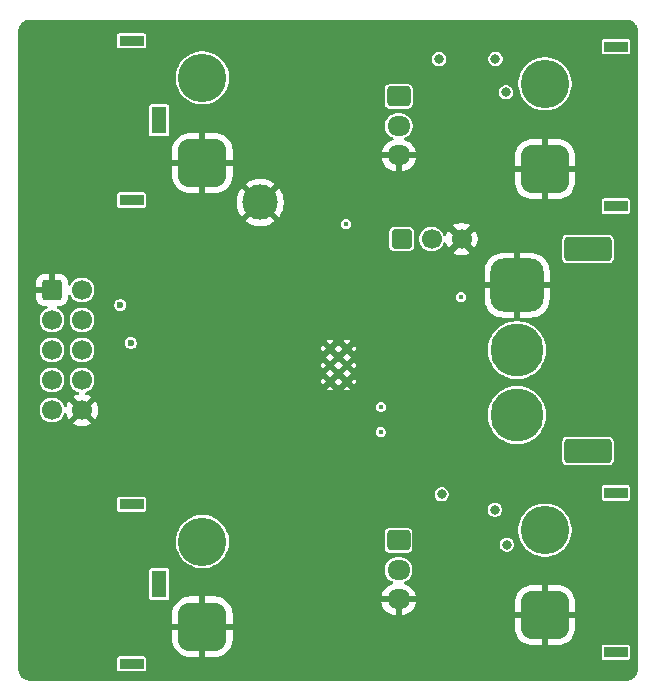
<source format=gbr>
%TF.GenerationSoftware,KiCad,Pcbnew,9.0.2*%
%TF.CreationDate,2025-06-17T18:04:30+02:00*%
%TF.ProjectId,Robobuoy-Sub-PSU-v2_1,526f626f-6275-46f7-992d-5375622d5053,2.0*%
%TF.SameCoordinates,Original*%
%TF.FileFunction,Copper,L3,Inr*%
%TF.FilePolarity,Positive*%
%FSLAX46Y46*%
G04 Gerber Fmt 4.6, Leading zero omitted, Abs format (unit mm)*
G04 Created by KiCad (PCBNEW 9.0.2) date 2025-06-17 18:04:30*
%MOMM*%
%LPD*%
G01*
G04 APERTURE LIST*
G04 Aperture macros list*
%AMRoundRect*
0 Rectangle with rounded corners*
0 $1 Rounding radius*
0 $2 $3 $4 $5 $6 $7 $8 $9 X,Y pos of 4 corners*
0 Add a 4 corners polygon primitive as box body*
4,1,4,$2,$3,$4,$5,$6,$7,$8,$9,$2,$3,0*
0 Add four circle primitives for the rounded corners*
1,1,$1+$1,$2,$3*
1,1,$1+$1,$4,$5*
1,1,$1+$1,$6,$7*
1,1,$1+$1,$8,$9*
0 Add four rect primitives between the rounded corners*
20,1,$1+$1,$2,$3,$4,$5,0*
20,1,$1+$1,$4,$5,$6,$7,0*
20,1,$1+$1,$6,$7,$8,$9,0*
20,1,$1+$1,$8,$9,$2,$3,0*%
G04 Aperture macros list end*
%TA.AperFunction,ComponentPad*%
%ADD10RoundRect,0.250000X-0.600000X-0.600000X0.600000X-0.600000X0.600000X0.600000X-0.600000X0.600000X0*%
%TD*%
%TA.AperFunction,ComponentPad*%
%ADD11C,1.700000*%
%TD*%
%TA.AperFunction,ComponentPad*%
%ADD12R,2.000000X0.900000*%
%TD*%
%TA.AperFunction,ComponentPad*%
%ADD13RoundRect,1.025000X1.025000X-1.025000X1.025000X1.025000X-1.025000X1.025000X-1.025000X-1.025000X0*%
%TD*%
%TA.AperFunction,ComponentPad*%
%ADD14C,4.100000*%
%TD*%
%TA.AperFunction,ComponentPad*%
%ADD15R,1.300000X2.300000*%
%TD*%
%TA.AperFunction,ComponentPad*%
%ADD16RoundRect,0.250000X-0.725000X0.600000X-0.725000X-0.600000X0.725000X-0.600000X0.725000X0.600000X0*%
%TD*%
%TA.AperFunction,ComponentPad*%
%ADD17O,1.950000X1.700000*%
%TD*%
%TA.AperFunction,ComponentPad*%
%ADD18RoundRect,1.025000X-1.025000X1.025000X-1.025000X-1.025000X1.025000X-1.025000X1.025000X1.025000X0*%
%TD*%
%TA.AperFunction,ComponentPad*%
%ADD19C,3.000000*%
%TD*%
%TA.AperFunction,ComponentPad*%
%ADD20RoundRect,0.250000X-1.750000X0.750000X-1.750000X-0.750000X1.750000X-0.750000X1.750000X0.750000X0*%
%TD*%
%TA.AperFunction,ComponentPad*%
%ADD21RoundRect,1.125000X-1.125000X1.125000X-1.125000X-1.125000X1.125000X-1.125000X1.125000X1.125000X0*%
%TD*%
%TA.AperFunction,ComponentPad*%
%ADD22C,4.500000*%
%TD*%
%TA.AperFunction,HeatsinkPad*%
%ADD23C,0.500000*%
%TD*%
%TA.AperFunction,ComponentPad*%
%ADD24RoundRect,0.206250X-0.618750X-0.618750X0.618750X-0.618750X0.618750X0.618750X-0.618750X0.618750X0*%
%TD*%
%TA.AperFunction,ViaPad*%
%ADD25C,0.600000*%
%TD*%
%TA.AperFunction,ViaPad*%
%ADD26C,0.450000*%
%TD*%
%TA.AperFunction,ViaPad*%
%ADD27C,0.800000*%
%TD*%
G04 APERTURE END LIST*
D10*
%TO.N,GND*%
%TO.C,J108*%
X-24130000Y5080000D03*
D11*
%TO.N,+5V*%
X-21590000Y5080000D03*
%TO.N,ESC_BB*%
X-24130000Y2540000D03*
%TO.N,VSAMP*%
X-21590000Y2540000D03*
%TO.N,ESC_BB_PWR*%
X-24130000Y0D03*
%TO.N,ESC_SB*%
X-21590000Y0D03*
%TO.N,ON*%
X-24130000Y-2540000D03*
%TO.N,ESC_SB_PWR*%
X-21590000Y-2540000D03*
%TO.N,COMM*%
X-24130000Y-5080000D03*
%TO.N,GND*%
X-21590000Y-5080000D03*
%TD*%
D12*
%TO.N,*%
%TO.C,J104*%
X-17401500Y-26562000D03*
X-17401500Y-13062000D03*
D13*
%TO.N,GND*%
X-11401500Y-23412000D03*
D14*
%TO.N,Vbatt*%
X-11401500Y-16212000D03*
D15*
%TO.N,N/C*%
X-15051500Y-19812000D03*
%TD*%
D16*
%TO.N,Net-(J103-Pin_1)*%
%TO.C,J103*%
X5224000Y21482000D03*
D17*
%TO.N,Net-(J103-Pin_2)*%
X5224000Y18982000D03*
%TO.N,GND*%
X5224000Y16482000D03*
%TD*%
D12*
%TO.N,*%
%TO.C,J106*%
X23607000Y25692000D03*
X23607000Y12192000D03*
D18*
%TO.N,GND*%
X17607000Y15342000D03*
D14*
%TO.N,Net-(J106-Pin_2)*%
X17607000Y22542000D03*
%TD*%
D19*
%TO.N,GND*%
%TO.C,TP101*%
X-6502400Y12496800D03*
%TD*%
D20*
%TO.N,*%
%TO.C,J101*%
X21240000Y8550000D03*
X21240000Y-8550000D03*
D21*
%TO.N,GND*%
X15240000Y5500000D03*
D22*
%TO.N,COMM*%
X15240000Y0D03*
%TO.N,Vbatt*%
X15240000Y-5500000D03*
%TD*%
D12*
%TO.N,*%
%TO.C,J105*%
X23607000Y-12090000D03*
X23607000Y-25590000D03*
D18*
%TO.N,GND*%
X17607000Y-22440000D03*
D14*
%TO.N,Net-(J105-Pin_2)*%
X17607000Y-15240000D03*
%TD*%
D12*
%TO.N,*%
%TO.C,J107*%
X-17401500Y12700000D03*
X-17401500Y26200000D03*
D13*
%TO.N,GND*%
X-11401500Y15850000D03*
D14*
%TO.N,Vbatt*%
X-11401500Y23050000D03*
D15*
%TO.N,N/C*%
X-15051500Y19450000D03*
%TD*%
D23*
%TO.N,GND*%
%TO.C,U101*%
X827000Y-2670000D03*
X827000Y-1270000D03*
X827000Y130000D03*
X-573000Y-2670000D03*
X-573000Y-1270000D03*
X-573000Y130000D03*
%TD*%
D16*
%TO.N,Net-(J102-Pin_1)*%
%TO.C,J102*%
X5207000Y-16110000D03*
D17*
%TO.N,Net-(J102-Pin_2)*%
X5207000Y-18610000D03*
%TO.N,GND*%
X5207000Y-21110000D03*
%TD*%
D24*
%TO.N,Vbatt*%
%TO.C,SW101*%
X5461000Y9398000D03*
D11*
%TO.N,Net-(D101-K)*%
X8001000Y9398000D03*
%TO.N,GND*%
X10541000Y9398000D03*
%TD*%
D25*
%TO.N,GND*%
X-685800Y-20904200D03*
D26*
X-25654000Y-26924000D03*
D27*
X-4013200Y-1905000D03*
D26*
X14732000Y-9906000D03*
X-4318000Y24892000D03*
X-26162000Y27432000D03*
D25*
X-15722600Y2923400D03*
X12141200Y1016000D03*
D26*
X-14706600Y-3556000D03*
X-16389973Y-1330800D03*
D27*
X2133600Y-4572000D03*
D26*
X23876000Y-18542000D03*
D25*
X-3911600Y-20320000D03*
D27*
X482600Y-5842000D03*
X4953000Y1651000D03*
D26*
X9906000Y27178000D03*
X-17780000Y15494000D03*
X-6350000Y-26416000D03*
D27*
X-3302000Y-7874000D03*
D26*
X-5842000Y-12446000D03*
D25*
X-660400Y16713200D03*
D27*
X7035800Y-4419600D03*
D26*
X-14960600Y558800D03*
X-25654000Y-18796000D03*
D25*
X-3505200Y18973800D03*
D26*
X5207000Y-23114000D03*
D25*
X2554147Y6505771D03*
D26*
X-10541000Y2413000D03*
X-6350000Y6604000D03*
X-25654000Y18288000D03*
X23114000Y18796000D03*
X1642355Y2822701D03*
D27*
X812800Y6654800D03*
D25*
X1727200Y-10388600D03*
D27*
X9296400Y-4546600D03*
X1270000Y27076400D03*
D26*
X-16256000Y-16256000D03*
D25*
X203200Y2870200D03*
D26*
X23114000Y-254000D03*
X24130000Y27178000D03*
D27*
X-8001000Y1320800D03*
X-9245600Y6959600D03*
X4826000Y-4368800D03*
D26*
X24384000Y-27178000D03*
X4826000Y-7620000D03*
D25*
%TO.N,VSAMP*%
X-18364200Y3810000D03*
%TO.N,COMM*%
X-17449800Y609600D03*
D27*
%TO.N,Net-(Q105-G)*%
X13360400Y-13525500D03*
X14376400Y-16484600D03*
X8864600Y-12217400D03*
%TO.N,Net-(Q106-G)*%
X14310400Y21818600D03*
X8636000Y24638000D03*
X13411200Y24638000D03*
D26*
%TO.N,Net-(U101-BOOT)*%
X3726690Y-4784533D03*
X3683000Y-6934200D03*
%TO.N,Net-(Q119-G)*%
X762000Y10668000D03*
X10500000Y4500000D03*
%TD*%
%TA.AperFunction,Conductor*%
%TO.N,GND*%
G36*
X24505394Y27989029D02*
G01*
X24661019Y27975413D01*
X24682297Y27971662D01*
X24827951Y27932634D01*
X24848261Y27925241D01*
X24984915Y27861518D01*
X25003633Y27850711D01*
X25127154Y27764221D01*
X25143712Y27750327D01*
X25250326Y27643713D01*
X25264220Y27627155D01*
X25350710Y27503634D01*
X25361517Y27484916D01*
X25425240Y27348262D01*
X25432633Y27327951D01*
X25471659Y27182304D01*
X25475412Y27161018D01*
X25489028Y27005396D01*
X25489500Y26994588D01*
X25489500Y-26994587D01*
X25489028Y-27005394D01*
X25489028Y-27005395D01*
X25475412Y-27161017D01*
X25471659Y-27182303D01*
X25432633Y-27327950D01*
X25425240Y-27348261D01*
X25361517Y-27484915D01*
X25350710Y-27503633D01*
X25264220Y-27627154D01*
X25250326Y-27643712D01*
X25143712Y-27750326D01*
X25127154Y-27764220D01*
X25003633Y-27850710D01*
X24984915Y-27861517D01*
X24848261Y-27925240D01*
X24827950Y-27932633D01*
X24682303Y-27971659D01*
X24661017Y-27975412D01*
X24527247Y-27987116D01*
X24505393Y-27989028D01*
X24494588Y-27989500D01*
X-25994588Y-27989500D01*
X-26005394Y-27989028D01*
X-26030416Y-27986838D01*
X-26161018Y-27975412D01*
X-26182304Y-27971659D01*
X-26327951Y-27932633D01*
X-26348262Y-27925240D01*
X-26484916Y-27861517D01*
X-26503634Y-27850710D01*
X-26627155Y-27764220D01*
X-26643713Y-27750326D01*
X-26750327Y-27643712D01*
X-26764221Y-27627154D01*
X-26850711Y-27503633D01*
X-26861518Y-27484915D01*
X-26925241Y-27348261D01*
X-26932634Y-27327950D01*
X-26971662Y-27182297D01*
X-26975413Y-27161016D01*
X-26975804Y-27156552D01*
X-26989028Y-27005394D01*
X-26989500Y-26994587D01*
X-26989500Y-26092247D01*
X-18602000Y-26092247D01*
X-18602000Y-27031752D01*
X-18590369Y-27090229D01*
X-18590368Y-27090230D01*
X-18546053Y-27156552D01*
X-18479731Y-27200867D01*
X-18479730Y-27200868D01*
X-18421253Y-27212499D01*
X-18421250Y-27212500D01*
X-18421248Y-27212500D01*
X-16381750Y-27212500D01*
X-16381749Y-27212499D01*
X-16366932Y-27209552D01*
X-16323271Y-27200868D01*
X-16323271Y-27200867D01*
X-16323269Y-27200867D01*
X-16256948Y-27156552D01*
X-16212633Y-27090231D01*
X-16212633Y-27090229D01*
X-16212632Y-27090229D01*
X-16201001Y-27031752D01*
X-16201000Y-27031750D01*
X-16201000Y-26092249D01*
X-16201001Y-26092247D01*
X-16212632Y-26033770D01*
X-16212633Y-26033769D01*
X-16256948Y-25967447D01*
X-16323270Y-25923132D01*
X-16323271Y-25923131D01*
X-16381748Y-25911500D01*
X-16381752Y-25911500D01*
X-18421248Y-25911500D01*
X-18421253Y-25911500D01*
X-18479730Y-25923131D01*
X-18479731Y-25923132D01*
X-18546053Y-25967447D01*
X-18590368Y-26033769D01*
X-18590369Y-26033770D01*
X-18602000Y-26092247D01*
X-26989500Y-26092247D01*
X-26989500Y-22316731D01*
X-13951500Y-22316731D01*
X-13951500Y-23162000D01*
X-12728731Y-23162000D01*
X-12751500Y-23305753D01*
X-12751500Y-23518247D01*
X-12728731Y-23662000D01*
X-13951500Y-23662000D01*
X-13951500Y-24507268D01*
X-13941285Y-24651958D01*
X-13941283Y-24651968D01*
X-13887187Y-24892165D01*
X-13887185Y-24892172D01*
X-13795256Y-25120585D01*
X-13667880Y-25331289D01*
X-13667873Y-25331299D01*
X-13508347Y-25518846D01*
X-13320800Y-25678372D01*
X-13320790Y-25678379D01*
X-13110086Y-25805755D01*
X-12881673Y-25897684D01*
X-12881666Y-25897686D01*
X-12641469Y-25951782D01*
X-12641459Y-25951784D01*
X-12496769Y-25961999D01*
X-12496766Y-25962000D01*
X-11651500Y-25962000D01*
X-11651500Y-24739231D01*
X-11507747Y-24762000D01*
X-11295253Y-24762000D01*
X-11151500Y-24739231D01*
X-11151500Y-25962000D01*
X-10306234Y-25962000D01*
X-10306232Y-25961999D01*
X-10161542Y-25951784D01*
X-10161532Y-25951782D01*
X-9921335Y-25897686D01*
X-9921328Y-25897684D01*
X-9692915Y-25805755D01*
X-9482211Y-25678379D01*
X-9482201Y-25678372D01*
X-9294654Y-25518846D01*
X-9135128Y-25331299D01*
X-9135121Y-25331289D01*
X-9007744Y-25120583D01*
X-9007609Y-25120247D01*
X22406500Y-25120247D01*
X22406500Y-26059752D01*
X22418131Y-26118229D01*
X22418132Y-26118230D01*
X22462447Y-26184552D01*
X22528769Y-26228867D01*
X22528770Y-26228868D01*
X22587247Y-26240499D01*
X22587250Y-26240500D01*
X22587252Y-26240500D01*
X24626750Y-26240500D01*
X24626751Y-26240499D01*
X24641568Y-26237552D01*
X24685229Y-26228868D01*
X24685229Y-26228867D01*
X24685231Y-26228867D01*
X24751552Y-26184552D01*
X24795867Y-26118231D01*
X24795867Y-26118229D01*
X24795868Y-26118229D01*
X24807499Y-26059752D01*
X24807500Y-26059750D01*
X24807500Y-25120249D01*
X24807499Y-25120247D01*
X24795868Y-25061770D01*
X24795867Y-25061769D01*
X24751552Y-24995447D01*
X24685230Y-24951132D01*
X24685229Y-24951131D01*
X24626752Y-24939500D01*
X24626748Y-24939500D01*
X22587252Y-24939500D01*
X22587247Y-24939500D01*
X22528770Y-24951131D01*
X22528769Y-24951132D01*
X22462447Y-24995447D01*
X22418132Y-25061769D01*
X22418131Y-25061770D01*
X22406500Y-25120247D01*
X-9007609Y-25120247D01*
X-8986526Y-25067864D01*
X-8986526Y-25067863D01*
X-8915816Y-24892172D01*
X-8915814Y-24892165D01*
X-8861718Y-24651968D01*
X-8861716Y-24651958D01*
X-8851501Y-24507268D01*
X-8851500Y-24507266D01*
X-8851500Y-23662000D01*
X-10074269Y-23662000D01*
X-10051500Y-23518247D01*
X-10051500Y-23305753D01*
X-10074269Y-23162000D01*
X-8851500Y-23162000D01*
X-8851500Y-22316734D01*
X-8851501Y-22316731D01*
X-8861716Y-22172041D01*
X-8861718Y-22172031D01*
X-8915814Y-21931834D01*
X-8915816Y-21931827D01*
X-9007745Y-21703414D01*
X-9135121Y-21492710D01*
X-9135133Y-21492693D01*
X-9211188Y-21403280D01*
X-9211191Y-21403277D01*
X-9294654Y-21305153D01*
X-9482201Y-21145627D01*
X-9482211Y-21145620D01*
X-9692917Y-21018243D01*
X-9708189Y-21012097D01*
X-9708190Y-21012097D01*
X-9921328Y-20926315D01*
X-9921335Y-20926313D01*
X-10161532Y-20872217D01*
X-10161542Y-20872215D01*
X-10306232Y-20862000D01*
X-11151500Y-20862000D01*
X-11151500Y-22084768D01*
X-11295253Y-22062000D01*
X-11507747Y-22062000D01*
X-11651500Y-22084768D01*
X-11651500Y-20862000D01*
X-12496769Y-20862000D01*
X-12641459Y-20872215D01*
X-12641469Y-20872217D01*
X-12881666Y-20926313D01*
X-12881673Y-20926315D01*
X-13110086Y-21018244D01*
X-13320790Y-21145620D01*
X-13320800Y-21145627D01*
X-13508347Y-21305153D01*
X-13667873Y-21492700D01*
X-13667880Y-21492710D01*
X-13795256Y-21703414D01*
X-13887185Y-21931827D01*
X-13887187Y-21931834D01*
X-13941283Y-22172031D01*
X-13941285Y-22172041D01*
X-13951500Y-22316731D01*
X-26989500Y-22316731D01*
X-26989500Y-18642247D01*
X-15902000Y-18642247D01*
X-15902000Y-20981752D01*
X-15890369Y-21040229D01*
X-15890368Y-21040230D01*
X-15846053Y-21106552D01*
X-15779731Y-21150867D01*
X-15779730Y-21150868D01*
X-15721253Y-21162499D01*
X-15721250Y-21162500D01*
X-15721248Y-21162500D01*
X-14381750Y-21162500D01*
X-14381749Y-21162499D01*
X-14366932Y-21159552D01*
X-14323271Y-21150868D01*
X-14323271Y-21150867D01*
X-14323269Y-21150867D01*
X-14256948Y-21106552D01*
X-14212633Y-21040231D01*
X-14212633Y-21040229D01*
X-14212632Y-21040229D01*
X-14201001Y-20981752D01*
X-14201000Y-20981750D01*
X-14201000Y-20860000D01*
X3754769Y-20860000D01*
X4802854Y-20860000D01*
X4764370Y-20926657D01*
X4732000Y-21047465D01*
X4732000Y-21172535D01*
X4764370Y-21293343D01*
X4802854Y-21360000D01*
X3754769Y-21360000D01*
X3765242Y-21426126D01*
X3765242Y-21426129D01*
X3830904Y-21628217D01*
X3927379Y-21817557D01*
X4052272Y-21989459D01*
X4052276Y-21989464D01*
X4202535Y-22139723D01*
X4202540Y-22139727D01*
X4374442Y-22264620D01*
X4563782Y-22361095D01*
X4765872Y-22426757D01*
X4957000Y-22457029D01*
X4957000Y-21514145D01*
X5023657Y-21552630D01*
X5144465Y-21585000D01*
X5269535Y-21585000D01*
X5390343Y-21552630D01*
X5457000Y-21514145D01*
X5457000Y-22457028D01*
X5648127Y-22426757D01*
X5850217Y-22361095D01*
X6039557Y-22264620D01*
X6211459Y-22139727D01*
X6211464Y-22139723D01*
X6361723Y-21989464D01*
X6361727Y-21989459D01*
X6486620Y-21817557D01*
X6583095Y-21628217D01*
X6648757Y-21426129D01*
X6648757Y-21426126D01*
X6659231Y-21360000D01*
X5611146Y-21360000D01*
X5619961Y-21344731D01*
X15057000Y-21344731D01*
X15057000Y-22190000D01*
X16279769Y-22190000D01*
X16257000Y-22333753D01*
X16257000Y-22546247D01*
X16279769Y-22690000D01*
X15057000Y-22690000D01*
X15057000Y-23535268D01*
X15067215Y-23679958D01*
X15067217Y-23679968D01*
X15121313Y-23920165D01*
X15121315Y-23920172D01*
X15213244Y-24148585D01*
X15340620Y-24359289D01*
X15340627Y-24359299D01*
X15500153Y-24546846D01*
X15687700Y-24706372D01*
X15687710Y-24706379D01*
X15898414Y-24833755D01*
X16126827Y-24925684D01*
X16126834Y-24925686D01*
X16367031Y-24979782D01*
X16367041Y-24979784D01*
X16511731Y-24989999D01*
X16511734Y-24990000D01*
X17357000Y-24990000D01*
X17357000Y-23767231D01*
X17500753Y-23790000D01*
X17713247Y-23790000D01*
X17857000Y-23767231D01*
X17857000Y-24990000D01*
X18702266Y-24990000D01*
X18702268Y-24989999D01*
X18846958Y-24979784D01*
X18846968Y-24979782D01*
X19087165Y-24925686D01*
X19087172Y-24925684D01*
X19315585Y-24833755D01*
X19526289Y-24706379D01*
X19526299Y-24706372D01*
X19713846Y-24546846D01*
X19873372Y-24359299D01*
X19873379Y-24359289D01*
X20000755Y-24148585D01*
X20092684Y-23920172D01*
X20092686Y-23920165D01*
X20146782Y-23679968D01*
X20146784Y-23679958D01*
X20156999Y-23535268D01*
X20157000Y-23535266D01*
X20157000Y-22690000D01*
X18934231Y-22690000D01*
X18957000Y-22546247D01*
X18957000Y-22333753D01*
X18934231Y-22190000D01*
X20157000Y-22190000D01*
X20157000Y-21344734D01*
X20156999Y-21344731D01*
X20146784Y-21200041D01*
X20146782Y-21200031D01*
X20092686Y-20959834D01*
X20092684Y-20959827D01*
X20000755Y-20731414D01*
X19873379Y-20520710D01*
X19873372Y-20520700D01*
X19713846Y-20333153D01*
X19526299Y-20173627D01*
X19526289Y-20173620D01*
X19315585Y-20046244D01*
X19087172Y-19954315D01*
X19087165Y-19954313D01*
X18846968Y-19900217D01*
X18846958Y-19900215D01*
X18702268Y-19890000D01*
X17857000Y-19890000D01*
X17857000Y-21112768D01*
X17713247Y-21090000D01*
X17500753Y-21090000D01*
X17357000Y-21112768D01*
X17357000Y-19890000D01*
X16511731Y-19890000D01*
X16367041Y-19900215D01*
X16367031Y-19900217D01*
X16126834Y-19954313D01*
X16126827Y-19954315D01*
X15898414Y-20046244D01*
X15687710Y-20173620D01*
X15687700Y-20173627D01*
X15500153Y-20333153D01*
X15340627Y-20520700D01*
X15340620Y-20520710D01*
X15213244Y-20731414D01*
X15121315Y-20959827D01*
X15121313Y-20959834D01*
X15067217Y-21200031D01*
X15067215Y-21200041D01*
X15057000Y-21344731D01*
X5619961Y-21344731D01*
X5649630Y-21293343D01*
X5682000Y-21172535D01*
X5682000Y-21047465D01*
X5649630Y-20926657D01*
X5611146Y-20860000D01*
X6659231Y-20860000D01*
X6648757Y-20793873D01*
X6648757Y-20793870D01*
X6583095Y-20591782D01*
X6486620Y-20402442D01*
X6361727Y-20230540D01*
X6361723Y-20230535D01*
X6211464Y-20080276D01*
X6211459Y-20080272D01*
X6039557Y-19955379D01*
X5850216Y-19858904D01*
X5728144Y-19819240D01*
X5670468Y-19779802D01*
X5643270Y-19715444D01*
X5655185Y-19646597D01*
X5702429Y-19595122D01*
X5719006Y-19586749D01*
X5829598Y-19540941D01*
X6001655Y-19425977D01*
X6147977Y-19279655D01*
X6262941Y-19107598D01*
X6342130Y-18916420D01*
X6382500Y-18713465D01*
X6382500Y-18506535D01*
X6342130Y-18303580D01*
X6262941Y-18112402D01*
X6147977Y-17940345D01*
X6147975Y-17940342D01*
X6001657Y-17794024D01*
X5859502Y-17699040D01*
X5829598Y-17679059D01*
X5638420Y-17599870D01*
X5638412Y-17599868D01*
X5435469Y-17559500D01*
X5435465Y-17559500D01*
X4978535Y-17559500D01*
X4978530Y-17559500D01*
X4775587Y-17599868D01*
X4775579Y-17599870D01*
X4584403Y-17679058D01*
X4412342Y-17794024D01*
X4266024Y-17940342D01*
X4151058Y-18112403D01*
X4071870Y-18303579D01*
X4071868Y-18303587D01*
X4031500Y-18506530D01*
X4031500Y-18713469D01*
X4071868Y-18916412D01*
X4071870Y-18916420D01*
X4151058Y-19107596D01*
X4266024Y-19279657D01*
X4412342Y-19425975D01*
X4412345Y-19425977D01*
X4584402Y-19540941D01*
X4694990Y-19586748D01*
X4749393Y-19630589D01*
X4771458Y-19696883D01*
X4754179Y-19764582D01*
X4703042Y-19812193D01*
X4685856Y-19819240D01*
X4563781Y-19858905D01*
X4374442Y-19955379D01*
X4202540Y-20080272D01*
X4202535Y-20080276D01*
X4052276Y-20230535D01*
X4052272Y-20230540D01*
X3927379Y-20402442D01*
X3830904Y-20591782D01*
X3765242Y-20793870D01*
X3765242Y-20793873D01*
X3754769Y-20860000D01*
X-14201000Y-20860000D01*
X-14201000Y-18642249D01*
X-14201001Y-18642247D01*
X-14212632Y-18583770D01*
X-14212633Y-18583769D01*
X-14256948Y-18517447D01*
X-14323270Y-18473132D01*
X-14323271Y-18473131D01*
X-14381748Y-18461500D01*
X-14381752Y-18461500D01*
X-15721248Y-18461500D01*
X-15721253Y-18461500D01*
X-15779730Y-18473131D01*
X-15779731Y-18473132D01*
X-15846053Y-18517447D01*
X-15890368Y-18583769D01*
X-15890369Y-18583770D01*
X-15902000Y-18642247D01*
X-26989500Y-18642247D01*
X-26989500Y-16064486D01*
X-13652000Y-16064486D01*
X-13652000Y-16359513D01*
X-13634426Y-16492993D01*
X-13613493Y-16651993D01*
X-13537139Y-16936951D01*
X-13537136Y-16936961D01*
X-13424246Y-17209500D01*
X-13424242Y-17209510D01*
X-13276739Y-17464993D01*
X-13097148Y-17699040D01*
X-13097142Y-17699047D01*
X-12888548Y-17907641D01*
X-12888541Y-17907647D01*
X-12654494Y-18087238D01*
X-12399011Y-18234741D01*
X-12399010Y-18234741D01*
X-12399007Y-18234743D01*
X-12126452Y-18347639D01*
X-11841493Y-18423993D01*
X-11549006Y-18462500D01*
X-11548999Y-18462500D01*
X-11254001Y-18462500D01*
X-11253994Y-18462500D01*
X-10961507Y-18423993D01*
X-10676548Y-18347639D01*
X-10403993Y-18234743D01*
X-10148506Y-18087238D01*
X-9914458Y-17907646D01*
X-9705854Y-17699042D01*
X-9526262Y-17464994D01*
X-9378757Y-17209507D01*
X-9265861Y-16936952D01*
X-9189507Y-16651993D01*
X-9151000Y-16359506D01*
X-9151000Y-16064494D01*
X-9189507Y-15772007D01*
X-9265861Y-15487048D01*
X-9278833Y-15455730D01*
X4031500Y-15455730D01*
X4031500Y-16764269D01*
X4034353Y-16794699D01*
X4034353Y-16794701D01*
X4079206Y-16922880D01*
X4079207Y-16922882D01*
X4159850Y-17032150D01*
X4269118Y-17112793D01*
X4311845Y-17127744D01*
X4397299Y-17157646D01*
X4427730Y-17160500D01*
X4427734Y-17160500D01*
X5986270Y-17160500D01*
X6016699Y-17157646D01*
X6016701Y-17157646D01*
X6080790Y-17135219D01*
X6144882Y-17112793D01*
X6254150Y-17032150D01*
X6334793Y-16922882D01*
X6359138Y-16853309D01*
X6379646Y-16794701D01*
X6379646Y-16794699D01*
X6382500Y-16764269D01*
X6382500Y-16405543D01*
X13775900Y-16405543D01*
X13775900Y-16563656D01*
X13816823Y-16716383D01*
X13816826Y-16716390D01*
X13895875Y-16853309D01*
X13895879Y-16853314D01*
X13895880Y-16853316D01*
X14007684Y-16965120D01*
X14007686Y-16965121D01*
X14007690Y-16965124D01*
X14123784Y-17032150D01*
X14144616Y-17044177D01*
X14297343Y-17085100D01*
X14297345Y-17085100D01*
X14455455Y-17085100D01*
X14455457Y-17085100D01*
X14608184Y-17044177D01*
X14745116Y-16965120D01*
X14856920Y-16853316D01*
X14935977Y-16716384D01*
X14976900Y-16563657D01*
X14976900Y-16405543D01*
X14935977Y-16252816D01*
X14927140Y-16237510D01*
X14856924Y-16115890D01*
X14856918Y-16115882D01*
X14745117Y-16004081D01*
X14745109Y-16004075D01*
X14608190Y-15925026D01*
X14608186Y-15925024D01*
X14608184Y-15925023D01*
X14455457Y-15884100D01*
X14297343Y-15884100D01*
X14144616Y-15925023D01*
X14144609Y-15925026D01*
X14007690Y-16004075D01*
X14007682Y-16004081D01*
X13895881Y-16115882D01*
X13895875Y-16115890D01*
X13816826Y-16252809D01*
X13816823Y-16252816D01*
X13775900Y-16405543D01*
X6382500Y-16405543D01*
X6382500Y-15455730D01*
X6379646Y-15425300D01*
X6379646Y-15425298D01*
X6334793Y-15297119D01*
X6334792Y-15297117D01*
X6254150Y-15187850D01*
X6144882Y-15107207D01*
X6144880Y-15107206D01*
X6102813Y-15092486D01*
X15356500Y-15092486D01*
X15356500Y-15387513D01*
X15388571Y-15631113D01*
X15395007Y-15679993D01*
X15419662Y-15772007D01*
X15471361Y-15964951D01*
X15471364Y-15964961D01*
X15584254Y-16237500D01*
X15584258Y-16237510D01*
X15731761Y-16492993D01*
X15911352Y-16727040D01*
X15911358Y-16727047D01*
X16119952Y-16935641D01*
X16119959Y-16935647D01*
X16354006Y-17115238D01*
X16609489Y-17262741D01*
X16609490Y-17262741D01*
X16609493Y-17262743D01*
X16882048Y-17375639D01*
X17167007Y-17451993D01*
X17459494Y-17490500D01*
X17459501Y-17490500D01*
X17754499Y-17490500D01*
X17754506Y-17490500D01*
X18046993Y-17451993D01*
X18331952Y-17375639D01*
X18604507Y-17262743D01*
X18859994Y-17115238D01*
X19094042Y-16935646D01*
X19302646Y-16727042D01*
X19482238Y-16492994D01*
X19629743Y-16237507D01*
X19742639Y-15964952D01*
X19818993Y-15679993D01*
X19857500Y-15387506D01*
X19857500Y-15092494D01*
X19818993Y-14800007D01*
X19742639Y-14515048D01*
X19629743Y-14242493D01*
X19599007Y-14189257D01*
X19482238Y-13987006D01*
X19302647Y-13752959D01*
X19302641Y-13752952D01*
X19094047Y-13544358D01*
X19094040Y-13544352D01*
X18859993Y-13364761D01*
X18604510Y-13217258D01*
X18604500Y-13217254D01*
X18331961Y-13104364D01*
X18331954Y-13104362D01*
X18331952Y-13104361D01*
X18046993Y-13028007D01*
X17998113Y-13021571D01*
X17754513Y-12989500D01*
X17754506Y-12989500D01*
X17459494Y-12989500D01*
X17459486Y-12989500D01*
X17181085Y-13026153D01*
X17167007Y-13028007D01*
X17103659Y-13044981D01*
X16882048Y-13104361D01*
X16882038Y-13104364D01*
X16609499Y-13217254D01*
X16609489Y-13217258D01*
X16354006Y-13364761D01*
X16119959Y-13544352D01*
X16119952Y-13544358D01*
X15911358Y-13752952D01*
X15911352Y-13752959D01*
X15731761Y-13987006D01*
X15584258Y-14242489D01*
X15584254Y-14242499D01*
X15471364Y-14515038D01*
X15471361Y-14515048D01*
X15395008Y-14800004D01*
X15395006Y-14800015D01*
X15356500Y-15092486D01*
X6102813Y-15092486D01*
X6016700Y-15062353D01*
X5986270Y-15059500D01*
X5986266Y-15059500D01*
X4427734Y-15059500D01*
X4427730Y-15059500D01*
X4397300Y-15062353D01*
X4397298Y-15062353D01*
X4269119Y-15107206D01*
X4269117Y-15107207D01*
X4159850Y-15187850D01*
X4079207Y-15297117D01*
X4079206Y-15297119D01*
X4034353Y-15425298D01*
X4034353Y-15425300D01*
X4031500Y-15455730D01*
X-9278833Y-15455730D01*
X-9378757Y-15214493D01*
X-9449198Y-15092486D01*
X-9526262Y-14959006D01*
X-9705853Y-14724959D01*
X-9705859Y-14724952D01*
X-9914453Y-14516358D01*
X-9914460Y-14516352D01*
X-10148507Y-14336761D01*
X-10403990Y-14189258D01*
X-10404000Y-14189254D01*
X-10676539Y-14076364D01*
X-10676546Y-14076362D01*
X-10676548Y-14076361D01*
X-10961507Y-14000007D01*
X-11010387Y-13993571D01*
X-11253987Y-13961500D01*
X-11253994Y-13961500D01*
X-11549006Y-13961500D01*
X-11549014Y-13961500D01*
X-11827415Y-13998153D01*
X-11841493Y-14000007D01*
X-12126452Y-14076361D01*
X-12126462Y-14076364D01*
X-12399001Y-14189254D01*
X-12399011Y-14189258D01*
X-12654494Y-14336761D01*
X-12888541Y-14516352D01*
X-12888548Y-14516358D01*
X-13097142Y-14724952D01*
X-13097148Y-14724959D01*
X-13276739Y-14959006D01*
X-13424242Y-15214489D01*
X-13424246Y-15214499D01*
X-13537136Y-15487038D01*
X-13537139Y-15487048D01*
X-13588838Y-15679995D01*
X-13613492Y-15772004D01*
X-13613494Y-15772015D01*
X-13652000Y-16064486D01*
X-26989500Y-16064486D01*
X-26989500Y-12592247D01*
X-18602000Y-12592247D01*
X-18602000Y-13531752D01*
X-18590369Y-13590229D01*
X-18590368Y-13590230D01*
X-18546053Y-13656552D01*
X-18479731Y-13700867D01*
X-18479730Y-13700868D01*
X-18421253Y-13712499D01*
X-18421250Y-13712500D01*
X-18421248Y-13712500D01*
X-16381750Y-13712500D01*
X-16381749Y-13712499D01*
X-16366932Y-13709552D01*
X-16323271Y-13700868D01*
X-16323271Y-13700867D01*
X-16323269Y-13700867D01*
X-16256948Y-13656552D01*
X-16212633Y-13590231D01*
X-16212633Y-13590229D01*
X-16212632Y-13590229D01*
X-16203508Y-13544358D01*
X-16201000Y-13531748D01*
X-16201000Y-13446443D01*
X12759900Y-13446443D01*
X12759900Y-13604557D01*
X12799663Y-13752952D01*
X12800823Y-13757283D01*
X12800826Y-13757290D01*
X12879875Y-13894209D01*
X12879879Y-13894214D01*
X12879880Y-13894216D01*
X12991684Y-14006020D01*
X12991686Y-14006021D01*
X12991690Y-14006024D01*
X13128609Y-14085073D01*
X13128616Y-14085077D01*
X13281343Y-14126000D01*
X13281345Y-14126000D01*
X13439455Y-14126000D01*
X13439457Y-14126000D01*
X13592184Y-14085077D01*
X13729116Y-14006020D01*
X13840920Y-13894216D01*
X13919977Y-13757284D01*
X13960900Y-13604557D01*
X13960900Y-13446443D01*
X13919977Y-13293716D01*
X13919973Y-13293709D01*
X13840924Y-13156790D01*
X13840918Y-13156782D01*
X13729117Y-13044981D01*
X13729109Y-13044975D01*
X13592190Y-12965926D01*
X13592186Y-12965924D01*
X13592184Y-12965923D01*
X13439457Y-12925000D01*
X13281343Y-12925000D01*
X13128616Y-12965923D01*
X13128609Y-12965926D01*
X12991690Y-13044975D01*
X12991682Y-13044981D01*
X12879881Y-13156782D01*
X12879875Y-13156790D01*
X12800826Y-13293709D01*
X12800823Y-13293716D01*
X12759900Y-13446443D01*
X-16201000Y-13446443D01*
X-16201000Y-12592252D01*
X-16201000Y-12592249D01*
X-16201001Y-12592247D01*
X-16212632Y-12533770D01*
X-16212633Y-12533769D01*
X-16256948Y-12467447D01*
X-16323270Y-12423132D01*
X-16323271Y-12423131D01*
X-16381748Y-12411500D01*
X-16381752Y-12411500D01*
X-18421248Y-12411500D01*
X-18421253Y-12411500D01*
X-18479730Y-12423131D01*
X-18479731Y-12423132D01*
X-18546053Y-12467447D01*
X-18590368Y-12533769D01*
X-18590369Y-12533770D01*
X-18602000Y-12592247D01*
X-26989500Y-12592247D01*
X-26989500Y-12138343D01*
X8264100Y-12138343D01*
X8264100Y-12296457D01*
X8298043Y-12423132D01*
X8305023Y-12449183D01*
X8305026Y-12449190D01*
X8384075Y-12586109D01*
X8384079Y-12586114D01*
X8384080Y-12586116D01*
X8495884Y-12697920D01*
X8495886Y-12697921D01*
X8495890Y-12697924D01*
X8569635Y-12740500D01*
X8632816Y-12776977D01*
X8785543Y-12817900D01*
X8785545Y-12817900D01*
X8943655Y-12817900D01*
X8943657Y-12817900D01*
X9096384Y-12776977D01*
X9233316Y-12697920D01*
X9345120Y-12586116D01*
X9424177Y-12449184D01*
X9465100Y-12296457D01*
X9465100Y-12138343D01*
X9424177Y-11985616D01*
X9424173Y-11985609D01*
X9345124Y-11848690D01*
X9345118Y-11848682D01*
X9233317Y-11736881D01*
X9233312Y-11736877D01*
X9206761Y-11721548D01*
X9206760Y-11721548D01*
X9096384Y-11657823D01*
X8956148Y-11620247D01*
X22406500Y-11620247D01*
X22406500Y-12559752D01*
X22418131Y-12618229D01*
X22418132Y-12618230D01*
X22462447Y-12684552D01*
X22528769Y-12728867D01*
X22528770Y-12728868D01*
X22587247Y-12740499D01*
X22587250Y-12740500D01*
X22587252Y-12740500D01*
X24626750Y-12740500D01*
X24626751Y-12740499D01*
X24641568Y-12737552D01*
X24685229Y-12728868D01*
X24685229Y-12728867D01*
X24685231Y-12728867D01*
X24751552Y-12684552D01*
X24795867Y-12618231D01*
X24795867Y-12618229D01*
X24795868Y-12618229D01*
X24807499Y-12559752D01*
X24807500Y-12559750D01*
X24807500Y-11620249D01*
X24807499Y-11620247D01*
X24795868Y-11561770D01*
X24795867Y-11561769D01*
X24751552Y-11495447D01*
X24685230Y-11451132D01*
X24685229Y-11451131D01*
X24626752Y-11439500D01*
X24626748Y-11439500D01*
X22587252Y-11439500D01*
X22587247Y-11439500D01*
X22528770Y-11451131D01*
X22528769Y-11451132D01*
X22462447Y-11495447D01*
X22418132Y-11561769D01*
X22418131Y-11561770D01*
X22406500Y-11620247D01*
X8956148Y-11620247D01*
X8943657Y-11616900D01*
X8785543Y-11616900D01*
X8632816Y-11657823D01*
X8632809Y-11657826D01*
X8495890Y-11736875D01*
X8495882Y-11736881D01*
X8384081Y-11848682D01*
X8384075Y-11848690D01*
X8305026Y-11985609D01*
X8305023Y-11985616D01*
X8264100Y-12138343D01*
X-26989500Y-12138343D01*
X-26989500Y-6878182D01*
X3257500Y-6878182D01*
X3257500Y-6990218D01*
X3286497Y-7098437D01*
X3342515Y-7195463D01*
X3421737Y-7274685D01*
X3518763Y-7330703D01*
X3626982Y-7359700D01*
X3626984Y-7359700D01*
X3739016Y-7359700D01*
X3739018Y-7359700D01*
X3847237Y-7330703D01*
X3944263Y-7274685D01*
X4023485Y-7195463D01*
X4079503Y-7098437D01*
X4108500Y-6990218D01*
X4108500Y-6878182D01*
X4079503Y-6769963D01*
X4023485Y-6672937D01*
X3944263Y-6593715D01*
X3847237Y-6537697D01*
X3739018Y-6508700D01*
X3626982Y-6508700D01*
X3518763Y-6537697D01*
X3518760Y-6537698D01*
X3421740Y-6593713D01*
X3421734Y-6593717D01*
X3342517Y-6672934D01*
X3342513Y-6672940D01*
X3286498Y-6769960D01*
X3286497Y-6769963D01*
X3257500Y-6878182D01*
X-26989500Y-6878182D01*
X-26989500Y-4976530D01*
X-25180500Y-4976530D01*
X-25180500Y-5183469D01*
X-25140132Y-5386412D01*
X-25140130Y-5386420D01*
X-25074061Y-5545925D01*
X-25060941Y-5577598D01*
X-25047164Y-5598217D01*
X-24945976Y-5749657D01*
X-24799658Y-5895975D01*
X-24799655Y-5895977D01*
X-24627598Y-6010941D01*
X-24436420Y-6090130D01*
X-24233470Y-6130499D01*
X-24233466Y-6130500D01*
X-24233465Y-6130500D01*
X-24026534Y-6130500D01*
X-24026533Y-6130499D01*
X-23823580Y-6090130D01*
X-23632402Y-6010941D01*
X-23460345Y-5895977D01*
X-23314023Y-5749655D01*
X-23199059Y-5577598D01*
X-23130835Y-5412889D01*
X-23086996Y-5358488D01*
X-23020702Y-5336423D01*
X-22953002Y-5353702D01*
X-22905391Y-5404839D01*
X-22898344Y-5422026D01*
X-22841096Y-5598216D01*
X-22744625Y-5787550D01*
X-22705272Y-5841716D01*
X-22072963Y-5209408D01*
X-22055925Y-5272993D01*
X-21990099Y-5387007D01*
X-21897007Y-5480099D01*
X-21782993Y-5545925D01*
X-21719410Y-5562962D01*
X-22351718Y-6195269D01*
X-22351718Y-6195270D01*
X-22297551Y-6234624D01*
X-22108218Y-6331095D01*
X-21906130Y-6396757D01*
X-21696246Y-6430000D01*
X-21483754Y-6430000D01*
X-21273873Y-6396757D01*
X-21273870Y-6396757D01*
X-21071783Y-6331095D01*
X-20882446Y-6234622D01*
X-20828284Y-6195270D01*
X-20828283Y-6195270D01*
X-21460592Y-5562962D01*
X-21397007Y-5545925D01*
X-21282993Y-5480099D01*
X-21189901Y-5387007D01*
X-21124075Y-5272993D01*
X-21107038Y-5209408D01*
X-20474730Y-5841717D01*
X-20474730Y-5841716D01*
X-20435378Y-5787554D01*
X-20338905Y-5598217D01*
X-20273243Y-5396130D01*
X-20273243Y-5396127D01*
X-20267897Y-5362378D01*
X12789500Y-5362378D01*
X12789500Y-5637621D01*
X12820315Y-5911108D01*
X12820317Y-5911124D01*
X12881561Y-6179453D01*
X12881565Y-6179465D01*
X12972467Y-6439246D01*
X13091884Y-6687218D01*
X13091886Y-6687221D01*
X13238319Y-6920268D01*
X13409925Y-7135455D01*
X13604545Y-7330075D01*
X13819732Y-7501681D01*
X14052779Y-7648114D01*
X14300757Y-7767534D01*
X14495865Y-7835805D01*
X14560534Y-7858434D01*
X14560546Y-7858438D01*
X14828879Y-7919683D01*
X15102378Y-7950499D01*
X15102379Y-7950500D01*
X15102383Y-7950500D01*
X15377621Y-7950500D01*
X15377621Y-7950499D01*
X15651121Y-7919683D01*
X15919454Y-7858438D01*
X16179243Y-7767534D01*
X16224519Y-7745730D01*
X19039500Y-7745730D01*
X19039500Y-9354269D01*
X19042353Y-9384699D01*
X19042353Y-9384701D01*
X19087206Y-9512880D01*
X19087207Y-9512882D01*
X19167850Y-9622150D01*
X19277118Y-9702793D01*
X19319845Y-9717744D01*
X19405299Y-9747646D01*
X19435730Y-9750500D01*
X19435734Y-9750500D01*
X23044270Y-9750500D01*
X23074699Y-9747646D01*
X23074701Y-9747646D01*
X23138790Y-9725219D01*
X23202882Y-9702793D01*
X23312150Y-9622150D01*
X23392793Y-9512882D01*
X23415219Y-9448790D01*
X23437646Y-9384701D01*
X23437646Y-9384699D01*
X23440500Y-9354269D01*
X23440500Y-7745730D01*
X23437646Y-7715300D01*
X23437646Y-7715298D01*
X23392793Y-7587119D01*
X23392792Y-7587117D01*
X23312150Y-7477850D01*
X23202882Y-7397207D01*
X23202880Y-7397206D01*
X23074700Y-7352353D01*
X23044270Y-7349500D01*
X23044266Y-7349500D01*
X19435734Y-7349500D01*
X19435730Y-7349500D01*
X19405300Y-7352353D01*
X19405298Y-7352353D01*
X19277119Y-7397206D01*
X19277117Y-7397207D01*
X19167850Y-7477850D01*
X19087207Y-7587117D01*
X19087206Y-7587119D01*
X19042353Y-7715298D01*
X19042353Y-7715300D01*
X19039500Y-7745730D01*
X16224519Y-7745730D01*
X16427221Y-7648114D01*
X16660268Y-7501681D01*
X16875455Y-7330075D01*
X17070075Y-7135455D01*
X17241681Y-6920268D01*
X17388114Y-6687221D01*
X17507534Y-6439243D01*
X17598438Y-6179454D01*
X17659683Y-5911121D01*
X17690500Y-5637617D01*
X17690500Y-5362383D01*
X17659683Y-5088879D01*
X17598438Y-4820546D01*
X17507534Y-4560757D01*
X17388114Y-4312779D01*
X17241681Y-4079732D01*
X17070075Y-3864545D01*
X16875455Y-3669925D01*
X16660268Y-3498319D01*
X16427221Y-3351886D01*
X16427218Y-3351884D01*
X16179246Y-3232467D01*
X15919465Y-3141565D01*
X15919453Y-3141561D01*
X15651124Y-3080317D01*
X15651108Y-3080315D01*
X15377621Y-3049500D01*
X15377617Y-3049500D01*
X15102383Y-3049500D01*
X15102379Y-3049500D01*
X14828891Y-3080315D01*
X14828875Y-3080317D01*
X14560546Y-3141561D01*
X14560534Y-3141565D01*
X14300753Y-3232467D01*
X14052781Y-3351884D01*
X13819733Y-3498318D01*
X13604545Y-3669924D01*
X13409924Y-3864545D01*
X13238318Y-4079733D01*
X13091884Y-4312781D01*
X12972467Y-4560753D01*
X12881565Y-4820534D01*
X12881561Y-4820546D01*
X12820317Y-5088875D01*
X12820315Y-5088891D01*
X12789500Y-5362378D01*
X-20267897Y-5362378D01*
X-20264274Y-5339506D01*
X-20240000Y-5186246D01*
X-20240000Y-4973753D01*
X-20273243Y-4763872D01*
X-20273244Y-4763867D01*
X-20274919Y-4758711D01*
X-20274921Y-4758706D01*
X-20284731Y-4728515D01*
X3301190Y-4728515D01*
X3301190Y-4840551D01*
X3330187Y-4948770D01*
X3386205Y-5045796D01*
X3465427Y-5125018D01*
X3562453Y-5181036D01*
X3670672Y-5210033D01*
X3670674Y-5210033D01*
X3782706Y-5210033D01*
X3782708Y-5210033D01*
X3890927Y-5181036D01*
X3987953Y-5125018D01*
X4067175Y-5045796D01*
X4123193Y-4948770D01*
X4152190Y-4840551D01*
X4152190Y-4728515D01*
X4123193Y-4620296D01*
X4067175Y-4523270D01*
X3987953Y-4444048D01*
X3890927Y-4388030D01*
X3782708Y-4359033D01*
X3670672Y-4359033D01*
X3562453Y-4388030D01*
X3562450Y-4388031D01*
X3465430Y-4444046D01*
X3465424Y-4444050D01*
X3386207Y-4523267D01*
X3386203Y-4523273D01*
X3330188Y-4620293D01*
X3330187Y-4620296D01*
X3301190Y-4728515D01*
X-20284731Y-4728515D01*
X-20338905Y-4561782D01*
X-20435376Y-4372449D01*
X-20474730Y-4318282D01*
X-20474731Y-4318282D01*
X-21107038Y-4950590D01*
X-21124075Y-4887007D01*
X-21189901Y-4772993D01*
X-21282993Y-4679901D01*
X-21397007Y-4614075D01*
X-21460591Y-4597037D01*
X-20828284Y-3964728D01*
X-20882450Y-3925375D01*
X-21071784Y-3828904D01*
X-21247974Y-3771656D01*
X-21305650Y-3732218D01*
X-21332848Y-3667860D01*
X-21320933Y-3599013D01*
X-21273689Y-3547538D01*
X-21257118Y-3539168D01*
X-21092402Y-3470941D01*
X-20920345Y-3355977D01*
X-20911945Y-3347577D01*
X-897025Y-3347577D01*
X-791764Y-3391178D01*
X-791760Y-3391179D01*
X-646874Y-3419999D01*
X-646871Y-3420000D01*
X-499129Y-3420000D01*
X-499127Y-3419999D01*
X-354240Y-3391179D01*
X-354225Y-3391175D01*
X-248976Y-3347578D01*
X-248976Y-3347577D01*
X502975Y-3347577D01*
X608236Y-3391178D01*
X608240Y-3391179D01*
X753126Y-3419999D01*
X753129Y-3420000D01*
X900871Y-3420000D01*
X900873Y-3419999D01*
X1045760Y-3391179D01*
X1045775Y-3391175D01*
X1151024Y-3347578D01*
X1151024Y-3347577D01*
X827001Y-3023554D01*
X827000Y-3023554D01*
X502975Y-3347577D01*
X-248976Y-3347577D01*
X-572999Y-3023554D01*
X-573000Y-3023554D01*
X-897025Y-3347577D01*
X-20911945Y-3347577D01*
X-20783449Y-3219082D01*
X-20774026Y-3209658D01*
X-20774025Y-3209657D01*
X-20774023Y-3209655D01*
X-20659059Y-3037598D01*
X-20579870Y-2846420D01*
X-20539500Y-2643465D01*
X-20539500Y-2596126D01*
X-1323000Y-2596126D01*
X-1323000Y-2743873D01*
X-1294180Y-2888759D01*
X-1294178Y-2888767D01*
X-1250579Y-2994024D01*
X-926554Y-2670000D01*
X-926554Y-2669999D01*
X-946444Y-2650109D01*
X-673000Y-2650109D01*
X-673000Y-2689891D01*
X-657776Y-2726645D01*
X-629645Y-2754776D01*
X-592891Y-2770000D01*
X-553109Y-2770000D01*
X-516355Y-2754776D01*
X-488224Y-2726645D01*
X-473000Y-2689891D01*
X-473000Y-2669999D01*
X-219446Y-2669999D01*
X-219446Y-2670001D01*
X104929Y-2994376D01*
X149069Y-2994376D01*
X473446Y-2670000D01*
X453555Y-2650109D01*
X727000Y-2650109D01*
X727000Y-2689891D01*
X742224Y-2726645D01*
X770355Y-2754776D01*
X807109Y-2770000D01*
X846891Y-2770000D01*
X883645Y-2754776D01*
X911776Y-2726645D01*
X927000Y-2689891D01*
X927000Y-2669999D01*
X1180554Y-2669999D01*
X1180554Y-2670001D01*
X1504577Y-2994024D01*
X1504578Y-2994024D01*
X1548175Y-2888775D01*
X1548179Y-2888760D01*
X1576999Y-2743873D01*
X1577000Y-2743871D01*
X1577000Y-2596128D01*
X1576999Y-2596126D01*
X1548179Y-2451240D01*
X1548178Y-2451236D01*
X1504577Y-2345975D01*
X1180554Y-2669999D01*
X927000Y-2669999D01*
X927000Y-2650109D01*
X911776Y-2613355D01*
X883645Y-2585224D01*
X846891Y-2570000D01*
X807109Y-2570000D01*
X770355Y-2585224D01*
X742224Y-2613355D01*
X727000Y-2650109D01*
X453555Y-2650109D01*
X149068Y-2345622D01*
X104930Y-2345622D01*
X-219446Y-2669999D01*
X-473000Y-2669999D01*
X-473000Y-2650109D01*
X-488224Y-2613355D01*
X-516355Y-2585224D01*
X-553109Y-2570000D01*
X-592891Y-2570000D01*
X-629645Y-2585224D01*
X-657776Y-2613355D01*
X-673000Y-2650109D01*
X-946444Y-2650109D01*
X-1250579Y-2345974D01*
X-1250580Y-2345974D01*
X-1294177Y-2451228D01*
X-1294180Y-2451240D01*
X-1323000Y-2596126D01*
X-20539500Y-2596126D01*
X-20539500Y-2436535D01*
X-20579870Y-2233580D01*
X-20659059Y-2042402D01*
X-20703660Y-1975652D01*
X-20703660Y-1975650D01*
X-20722182Y-1947930D01*
X-897378Y-1947930D01*
X-897378Y-1992068D01*
X-573000Y-2316446D01*
X-572999Y-2316446D01*
X-248624Y-1992069D01*
X-248624Y-1985852D01*
X-250514Y-1981049D01*
X-248739Y-1947930D01*
X502622Y-1947930D01*
X502622Y-1992068D01*
X827000Y-2316446D01*
X827001Y-2316446D01*
X1151376Y-1992069D01*
X1151376Y-1947929D01*
X827001Y-1623554D01*
X827000Y-1623554D01*
X502622Y-1947930D01*
X-248739Y-1947930D01*
X-248733Y-1947820D01*
X-572999Y-1623554D01*
X-573000Y-1623554D01*
X-897378Y-1947930D01*
X-20722182Y-1947930D01*
X-20774020Y-1870349D01*
X-20774026Y-1870341D01*
X-20920343Y-1724024D01*
X-21006374Y-1666541D01*
X-21092402Y-1609059D01*
X-21127850Y-1594376D01*
X-21283580Y-1529870D01*
X-21283588Y-1529868D01*
X-21486531Y-1489500D01*
X-21486535Y-1489500D01*
X-21693465Y-1489500D01*
X-21693470Y-1489500D01*
X-21896413Y-1529868D01*
X-21896421Y-1529870D01*
X-22087597Y-1609058D01*
X-22259658Y-1724024D01*
X-22405976Y-1870342D01*
X-22520942Y-2042403D01*
X-22600130Y-2233579D01*
X-22600132Y-2233587D01*
X-22640500Y-2436530D01*
X-22640500Y-2643469D01*
X-22615331Y-2770000D01*
X-22600130Y-2846420D01*
X-22520941Y-3037598D01*
X-22492397Y-3080317D01*
X-22405976Y-3209657D01*
X-22259658Y-3355975D01*
X-22087595Y-3470943D01*
X-21984957Y-3513456D01*
X-21922892Y-3539164D01*
X-21868489Y-3583005D01*
X-21846424Y-3649299D01*
X-21863703Y-3716998D01*
X-21914840Y-3764609D01*
X-21932026Y-3771656D01*
X-22108219Y-3828905D01*
X-22297561Y-3925380D01*
X-22351718Y-3964727D01*
X-22351718Y-3964728D01*
X-21719409Y-4597037D01*
X-21782993Y-4614075D01*
X-21897007Y-4679901D01*
X-21990099Y-4772993D01*
X-22055925Y-4887007D01*
X-22072963Y-4950591D01*
X-22705272Y-4318282D01*
X-22705273Y-4318282D01*
X-22744620Y-4372439D01*
X-22841095Y-4561781D01*
X-22898344Y-4737974D01*
X-22937782Y-4795649D01*
X-23002141Y-4822847D01*
X-23070987Y-4810932D01*
X-23122463Y-4763688D01*
X-23130836Y-4747107D01*
X-23199057Y-4582405D01*
X-23314025Y-4410342D01*
X-23460343Y-4264024D01*
X-23546374Y-4206541D01*
X-23632402Y-4149059D01*
X-23823580Y-4069870D01*
X-23823588Y-4069868D01*
X-24026531Y-4029500D01*
X-24026535Y-4029500D01*
X-24233465Y-4029500D01*
X-24233470Y-4029500D01*
X-24436413Y-4069868D01*
X-24436421Y-4069870D01*
X-24627597Y-4149058D01*
X-24799658Y-4264024D01*
X-24945976Y-4410342D01*
X-25060942Y-4582403D01*
X-25140130Y-4773579D01*
X-25140132Y-4773587D01*
X-25180500Y-4976530D01*
X-26989500Y-4976530D01*
X-26989500Y-2436530D01*
X-25180500Y-2436530D01*
X-25180500Y-2643469D01*
X-25155331Y-2770000D01*
X-25140130Y-2846420D01*
X-25060941Y-3037598D01*
X-25032397Y-3080317D01*
X-24945976Y-3209657D01*
X-24799658Y-3355975D01*
X-24799655Y-3355977D01*
X-24627598Y-3470941D01*
X-24436420Y-3550130D01*
X-24271145Y-3583005D01*
X-24233470Y-3590499D01*
X-24233466Y-3590500D01*
X-24233465Y-3590500D01*
X-24026534Y-3590500D01*
X-24026533Y-3590499D01*
X-23823580Y-3550130D01*
X-23632402Y-3470941D01*
X-23460345Y-3355977D01*
X-23314023Y-3209655D01*
X-23199059Y-3037598D01*
X-23119870Y-2846420D01*
X-23079500Y-2643465D01*
X-23079500Y-2436535D01*
X-23119870Y-2233580D01*
X-23199059Y-2042402D01*
X-23314023Y-1870345D01*
X-23314025Y-1870342D01*
X-23460343Y-1724024D01*
X-23546374Y-1666541D01*
X-23632402Y-1609059D01*
X-23667850Y-1594376D01*
X-23823580Y-1529870D01*
X-23823588Y-1529868D01*
X-24026531Y-1489500D01*
X-24026535Y-1489500D01*
X-24233465Y-1489500D01*
X-24233470Y-1489500D01*
X-24436413Y-1529868D01*
X-24436421Y-1529870D01*
X-24627597Y-1609058D01*
X-24799658Y-1724024D01*
X-24945976Y-1870342D01*
X-25060942Y-2042403D01*
X-25140130Y-2233579D01*
X-25140132Y-2233587D01*
X-25180500Y-2436530D01*
X-26989500Y-2436530D01*
X-26989500Y-1196126D01*
X-1323000Y-1196126D01*
X-1323000Y-1343873D01*
X-1294180Y-1488759D01*
X-1294178Y-1488767D01*
X-1250579Y-1594024D01*
X-926554Y-1270000D01*
X-926554Y-1269999D01*
X-946444Y-1250109D01*
X-673000Y-1250109D01*
X-673000Y-1289891D01*
X-657776Y-1326645D01*
X-629645Y-1354776D01*
X-592891Y-1370000D01*
X-553109Y-1370000D01*
X-516355Y-1354776D01*
X-488224Y-1326645D01*
X-473000Y-1289891D01*
X-473000Y-1269999D01*
X-219446Y-1269999D01*
X-219446Y-1270001D01*
X104929Y-1594376D01*
X149069Y-1594376D01*
X473446Y-1270000D01*
X453555Y-1250109D01*
X727000Y-1250109D01*
X727000Y-1289891D01*
X742224Y-1326645D01*
X770355Y-1354776D01*
X807109Y-1370000D01*
X846891Y-1370000D01*
X883645Y-1354776D01*
X911776Y-1326645D01*
X927000Y-1289891D01*
X927000Y-1269999D01*
X1180554Y-1269999D01*
X1180554Y-1270001D01*
X1504577Y-1594024D01*
X1504578Y-1594024D01*
X1548175Y-1488775D01*
X1548179Y-1488760D01*
X1576999Y-1343873D01*
X1577000Y-1343871D01*
X1577000Y-1196128D01*
X1576999Y-1196126D01*
X1548179Y-1051240D01*
X1548178Y-1051236D01*
X1504577Y-945975D01*
X1180554Y-1269999D01*
X927000Y-1269999D01*
X927000Y-1250109D01*
X911776Y-1213355D01*
X883645Y-1185224D01*
X846891Y-1170000D01*
X807109Y-1170000D01*
X770355Y-1185224D01*
X742224Y-1213355D01*
X727000Y-1250109D01*
X453555Y-1250109D01*
X149068Y-945622D01*
X104930Y-945622D01*
X-219446Y-1269999D01*
X-473000Y-1269999D01*
X-473000Y-1250109D01*
X-488224Y-1213355D01*
X-516355Y-1185224D01*
X-553109Y-1170000D01*
X-592891Y-1170000D01*
X-629645Y-1185224D01*
X-657776Y-1213355D01*
X-673000Y-1250109D01*
X-946444Y-1250109D01*
X-1250579Y-945974D01*
X-1250580Y-945974D01*
X-1294177Y-1051228D01*
X-1294180Y-1051240D01*
X-1323000Y-1196126D01*
X-26989500Y-1196126D01*
X-26989500Y103470D01*
X-25180500Y103470D01*
X-25180500Y-103469D01*
X-25140132Y-306412D01*
X-25140130Y-306420D01*
X-25060942Y-497596D01*
X-24945976Y-669657D01*
X-24799658Y-815975D01*
X-24799655Y-815977D01*
X-24627598Y-930941D01*
X-24436420Y-1010130D01*
X-24233470Y-1050499D01*
X-24233466Y-1050500D01*
X-24233465Y-1050500D01*
X-24026534Y-1050500D01*
X-24026533Y-1050499D01*
X-23823580Y-1010130D01*
X-23632402Y-930941D01*
X-23460345Y-815977D01*
X-23314023Y-669655D01*
X-23199059Y-497598D01*
X-23119870Y-306420D01*
X-23079500Y-103465D01*
X-23079500Y103465D01*
X-23079501Y103470D01*
X-22640500Y103470D01*
X-22640500Y-103469D01*
X-22600132Y-306412D01*
X-22600130Y-306420D01*
X-22520942Y-497596D01*
X-22405976Y-669657D01*
X-22259658Y-815975D01*
X-22259655Y-815977D01*
X-22087598Y-930941D01*
X-21896420Y-1010130D01*
X-21693470Y-1050499D01*
X-21693466Y-1050500D01*
X-21693465Y-1050500D01*
X-21486534Y-1050500D01*
X-21486533Y-1050499D01*
X-21283580Y-1010130D01*
X-21092402Y-930941D01*
X-20920345Y-815977D01*
X-20774023Y-669655D01*
X-20692690Y-547930D01*
X-897378Y-547930D01*
X-897378Y-592068D01*
X-573000Y-916446D01*
X-572999Y-916446D01*
X-248624Y-592069D01*
X-248624Y-585852D01*
X-250514Y-581049D01*
X-248739Y-547930D01*
X502622Y-547930D01*
X502622Y-592068D01*
X827000Y-916446D01*
X827001Y-916446D01*
X1151376Y-592069D01*
X1151376Y-547929D01*
X827001Y-223554D01*
X827000Y-223554D01*
X502622Y-547930D01*
X-248739Y-547930D01*
X-248733Y-547820D01*
X-572999Y-223554D01*
X-573000Y-223554D01*
X-897378Y-547930D01*
X-20692690Y-547930D01*
X-20659059Y-497598D01*
X-20579870Y-306420D01*
X-20539500Y-103465D01*
X-20539500Y103465D01*
X-20579870Y306420D01*
X-20659059Y497598D01*
X-20774023Y669655D01*
X-20774025Y669658D01*
X-20779859Y675492D01*
X-17950300Y675492D01*
X-17950300Y543709D01*
X-17916192Y416413D01*
X-17883246Y359350D01*
X-17850300Y302286D01*
X-17757114Y209100D01*
X-17642986Y143208D01*
X-17515692Y109100D01*
X-17515690Y109100D01*
X-17383910Y109100D01*
X-17383908Y109100D01*
X-17256614Y143208D01*
X-17151538Y203874D01*
X-1323000Y203874D01*
X-1323000Y56127D01*
X-1294180Y-88759D01*
X-1294178Y-88767D01*
X-1250579Y-194024D01*
X-926554Y130000D01*
X-926554Y130001D01*
X-946444Y149891D01*
X-673000Y149891D01*
X-673000Y110109D01*
X-657776Y73355D01*
X-629645Y45224D01*
X-592891Y30000D01*
X-553109Y30000D01*
X-516355Y45224D01*
X-488224Y73355D01*
X-473000Y110109D01*
X-473000Y130001D01*
X-219446Y130001D01*
X-219446Y129999D01*
X104929Y-194376D01*
X149069Y-194376D01*
X473446Y130000D01*
X453555Y149891D01*
X727000Y149891D01*
X727000Y110109D01*
X742224Y73355D01*
X770355Y45224D01*
X807109Y30000D01*
X846891Y30000D01*
X883645Y45224D01*
X911776Y73355D01*
X927000Y110109D01*
X927000Y130001D01*
X1180554Y130001D01*
X1180554Y129999D01*
X1504577Y-194024D01*
X1504578Y-194024D01*
X1548175Y-88775D01*
X1548179Y-88760D01*
X1576999Y56127D01*
X1577000Y56129D01*
X1577000Y137622D01*
X12789500Y137622D01*
X12789500Y-137621D01*
X12820315Y-411108D01*
X12820317Y-411124D01*
X12881561Y-679453D01*
X12881565Y-679465D01*
X12972467Y-939246D01*
X13091884Y-1187218D01*
X13091886Y-1187221D01*
X13238319Y-1420268D01*
X13409925Y-1635455D01*
X13604545Y-1830075D01*
X13819732Y-2001681D01*
X14052779Y-2148114D01*
X14300757Y-2267534D01*
X14440540Y-2316446D01*
X14560534Y-2358434D01*
X14560546Y-2358438D01*
X14828879Y-2419683D01*
X15102378Y-2450499D01*
X15102379Y-2450500D01*
X15102383Y-2450500D01*
X15377621Y-2450500D01*
X15377621Y-2450499D01*
X15651121Y-2419683D01*
X15919454Y-2358438D01*
X16179243Y-2267534D01*
X16427221Y-2148114D01*
X16660268Y-2001681D01*
X16875455Y-1830075D01*
X17070075Y-1635455D01*
X17241681Y-1420268D01*
X17388114Y-1187221D01*
X17507534Y-939243D01*
X17598438Y-679454D01*
X17659683Y-411121D01*
X17690500Y-137617D01*
X17690500Y137617D01*
X17659683Y411121D01*
X17598438Y679454D01*
X17507534Y939243D01*
X17388114Y1187221D01*
X17241681Y1420268D01*
X17070075Y1635455D01*
X16875455Y1830075D01*
X16660268Y2001681D01*
X16427221Y2148114D01*
X16427218Y2148116D01*
X16179246Y2267533D01*
X15919465Y2358435D01*
X15919453Y2358439D01*
X15651124Y2419683D01*
X15651108Y2419685D01*
X15377621Y2450500D01*
X15377617Y2450500D01*
X15102383Y2450500D01*
X15102379Y2450500D01*
X14828891Y2419685D01*
X14828875Y2419683D01*
X14560546Y2358439D01*
X14560534Y2358435D01*
X14300753Y2267533D01*
X14052781Y2148116D01*
X13819733Y2001682D01*
X13604545Y1830076D01*
X13409924Y1635455D01*
X13238318Y1420267D01*
X13091884Y1187219D01*
X12972467Y939247D01*
X12881565Y679466D01*
X12881561Y679454D01*
X12820317Y411125D01*
X12820315Y411109D01*
X12789500Y137622D01*
X1577000Y137622D01*
X1577000Y203872D01*
X1576999Y203874D01*
X1548179Y348760D01*
X1548178Y348764D01*
X1504577Y454025D01*
X1180554Y130001D01*
X927000Y130001D01*
X927000Y149891D01*
X911776Y186645D01*
X883645Y214776D01*
X846891Y230000D01*
X807109Y230000D01*
X770355Y214776D01*
X742224Y186645D01*
X727000Y149891D01*
X453555Y149891D01*
X149068Y454378D01*
X104930Y454378D01*
X-219446Y130001D01*
X-473000Y130001D01*
X-473000Y149891D01*
X-488224Y186645D01*
X-516355Y214776D01*
X-553109Y230000D01*
X-592891Y230000D01*
X-629645Y214776D01*
X-657776Y186645D01*
X-673000Y149891D01*
X-946444Y149891D01*
X-1250579Y454026D01*
X-1250580Y454026D01*
X-1294177Y348772D01*
X-1294180Y348760D01*
X-1323000Y203874D01*
X-17151538Y203874D01*
X-17142486Y209100D01*
X-17049300Y302286D01*
X-16983408Y416414D01*
X-16949300Y543708D01*
X-16949300Y675492D01*
X-16983408Y802786D01*
X-16986176Y807580D01*
X-897026Y807580D01*
X-897026Y807579D01*
X-573000Y483554D01*
X-572999Y483554D01*
X-248976Y807579D01*
X-248978Y807580D01*
X502974Y807580D01*
X502974Y807579D01*
X827000Y483554D01*
X827001Y483554D01*
X1151024Y807579D01*
X1045767Y851178D01*
X1045759Y851180D01*
X900872Y880000D01*
X753128Y880000D01*
X608240Y851180D01*
X608228Y851177D01*
X502974Y807580D01*
X-248978Y807580D01*
X-354233Y851178D01*
X-354241Y851180D01*
X-499128Y880000D01*
X-646872Y880000D01*
X-791760Y851180D01*
X-791772Y851177D01*
X-897026Y807580D01*
X-16986176Y807580D01*
X-17049300Y916914D01*
X-17142486Y1010100D01*
X-17199550Y1043046D01*
X-17256613Y1075992D01*
X-17320261Y1093046D01*
X-17383908Y1110100D01*
X-17515692Y1110100D01*
X-17642988Y1075992D01*
X-17757114Y1010100D01*
X-17757117Y1010098D01*
X-17850298Y916917D01*
X-17850300Y916914D01*
X-17916192Y802788D01*
X-17950300Y675492D01*
X-20779859Y675492D01*
X-20920343Y815976D01*
X-21071409Y916914D01*
X-21092402Y930941D01*
X-21112445Y939243D01*
X-21283580Y1010130D01*
X-21283588Y1010132D01*
X-21486531Y1050500D01*
X-21486535Y1050500D01*
X-21693465Y1050500D01*
X-21693470Y1050500D01*
X-21896413Y1010132D01*
X-21896421Y1010130D01*
X-22087597Y930942D01*
X-22259658Y815976D01*
X-22405976Y669658D01*
X-22520942Y497597D01*
X-22600130Y306421D01*
X-22600132Y306413D01*
X-22640500Y103470D01*
X-23079501Y103470D01*
X-23119870Y306420D01*
X-23199059Y497598D01*
X-23314023Y669655D01*
X-23314025Y669658D01*
X-23460343Y815976D01*
X-23611409Y916914D01*
X-23632402Y930941D01*
X-23652445Y939243D01*
X-23823580Y1010130D01*
X-23823588Y1010132D01*
X-24026531Y1050500D01*
X-24026535Y1050500D01*
X-24233465Y1050500D01*
X-24233470Y1050500D01*
X-24436413Y1010132D01*
X-24436421Y1010130D01*
X-24627597Y930942D01*
X-24799658Y815976D01*
X-24945976Y669658D01*
X-25060942Y497597D01*
X-25140130Y306421D01*
X-25140132Y306413D01*
X-25180500Y103470D01*
X-26989500Y103470D01*
X-26989500Y5729987D01*
X-25480000Y5729987D01*
X-25480000Y5330000D01*
X-24563012Y5330000D01*
X-24595925Y5272993D01*
X-24630000Y5145826D01*
X-24630000Y5014174D01*
X-24595925Y4887007D01*
X-24563012Y4830000D01*
X-25479999Y4830000D01*
X-25479999Y4430014D01*
X-25469506Y4327303D01*
X-25414359Y4160881D01*
X-25414357Y4160876D01*
X-25322316Y4011655D01*
X-25198346Y3887685D01*
X-25049125Y3795644D01*
X-25049120Y3795642D01*
X-24882698Y3740495D01*
X-24882691Y3740494D01*
X-24779981Y3730001D01*
X-24625566Y3730001D01*
X-24558526Y3710317D01*
X-24512771Y3657513D01*
X-24502827Y3588355D01*
X-24531852Y3524799D01*
X-24578110Y3491441D01*
X-24627595Y3470943D01*
X-24799658Y3355976D01*
X-24945976Y3209658D01*
X-25060942Y3037597D01*
X-25140130Y2846421D01*
X-25140132Y2846413D01*
X-25180500Y2643470D01*
X-25180500Y2436531D01*
X-25140132Y2233588D01*
X-25140130Y2233580D01*
X-25060942Y2042404D01*
X-24945976Y1870343D01*
X-24799658Y1724025D01*
X-24799655Y1724023D01*
X-24627598Y1609059D01*
X-24436420Y1529870D01*
X-24233470Y1489501D01*
X-24233466Y1489500D01*
X-24233465Y1489500D01*
X-24026534Y1489500D01*
X-24026533Y1489501D01*
X-23823580Y1529870D01*
X-23632402Y1609059D01*
X-23460345Y1724023D01*
X-23314023Y1870345D01*
X-23199059Y2042402D01*
X-23119870Y2233580D01*
X-23079500Y2436535D01*
X-23079500Y2643465D01*
X-23079501Y2643470D01*
X-22640500Y2643470D01*
X-22640500Y2436531D01*
X-22600132Y2233588D01*
X-22600130Y2233580D01*
X-22520942Y2042404D01*
X-22405976Y1870343D01*
X-22259658Y1724025D01*
X-22259655Y1724023D01*
X-22087598Y1609059D01*
X-21896420Y1529870D01*
X-21693470Y1489501D01*
X-21693466Y1489500D01*
X-21693465Y1489500D01*
X-21486534Y1489500D01*
X-21486533Y1489501D01*
X-21283580Y1529870D01*
X-21092402Y1609059D01*
X-20920345Y1724023D01*
X-20774023Y1870345D01*
X-20659059Y2042402D01*
X-20579870Y2233580D01*
X-20539500Y2436535D01*
X-20539500Y2643465D01*
X-20579870Y2846420D01*
X-20659059Y3037598D01*
X-20774023Y3209655D01*
X-20774025Y3209658D01*
X-20920343Y3355976D01*
X-21011523Y3416900D01*
X-21092402Y3470941D01*
X-21092407Y3470943D01*
X-21283580Y3550130D01*
X-21283588Y3550132D01*
X-21486531Y3590500D01*
X-21486535Y3590500D01*
X-21693465Y3590500D01*
X-21693470Y3590500D01*
X-21896413Y3550132D01*
X-21896421Y3550130D01*
X-22087597Y3470942D01*
X-22259658Y3355976D01*
X-22405976Y3209658D01*
X-22520942Y3037597D01*
X-22600130Y2846421D01*
X-22600132Y2846413D01*
X-22640500Y2643470D01*
X-23079501Y2643470D01*
X-23119870Y2846420D01*
X-23199059Y3037598D01*
X-23314023Y3209655D01*
X-23314025Y3209658D01*
X-23460343Y3355976D01*
X-23632406Y3470944D01*
X-23681890Y3491440D01*
X-23736294Y3535281D01*
X-23758359Y3601575D01*
X-23741080Y3669274D01*
X-23689943Y3716885D01*
X-23634438Y3730001D01*
X-23480029Y3730001D01*
X-23480013Y3730002D01*
X-23377303Y3740495D01*
X-23210881Y3795642D01*
X-23210876Y3795644D01*
X-23080774Y3875892D01*
X-18864700Y3875892D01*
X-18864700Y3744108D01*
X-18860920Y3730002D01*
X-18830592Y3616813D01*
X-18821794Y3601575D01*
X-18764700Y3502686D01*
X-18671514Y3409500D01*
X-18557386Y3343608D01*
X-18430092Y3309500D01*
X-18430090Y3309500D01*
X-18298310Y3309500D01*
X-18298308Y3309500D01*
X-18171014Y3343608D01*
X-18056886Y3409500D01*
X-17963700Y3502686D01*
X-17897808Y3616814D01*
X-17863700Y3744108D01*
X-17863700Y3875892D01*
X-17897808Y4003186D01*
X-17963700Y4117314D01*
X-18056886Y4210500D01*
X-18149590Y4264023D01*
X-18171013Y4276392D01*
X-18234661Y4293446D01*
X-18298308Y4310500D01*
X-18430092Y4310500D01*
X-18557388Y4276392D01*
X-18671514Y4210500D01*
X-18671517Y4210498D01*
X-18764698Y4117317D01*
X-18764700Y4117314D01*
X-18830592Y4003188D01*
X-18839029Y3971700D01*
X-18864700Y3875892D01*
X-23080774Y3875892D01*
X-23061655Y3887685D01*
X-22977639Y3971700D01*
X-22937685Y4011655D01*
X-22845644Y4160876D01*
X-22845642Y4160881D01*
X-22790495Y4327303D01*
X-22790494Y4327310D01*
X-22780001Y4430014D01*
X-22780001Y4584435D01*
X-22760317Y4651475D01*
X-22707513Y4697230D01*
X-22638355Y4707174D01*
X-22574799Y4678149D01*
X-22541440Y4631890D01*
X-22520942Y4582403D01*
X-22405976Y4410343D01*
X-22259658Y4264025D01*
X-22259655Y4264023D01*
X-22087598Y4149059D01*
X-21896420Y4069870D01*
X-21693470Y4029501D01*
X-21693466Y4029500D01*
X-21693465Y4029500D01*
X-21486534Y4029500D01*
X-21486533Y4029501D01*
X-21283580Y4069870D01*
X-21092402Y4149059D01*
X-20920345Y4264023D01*
X-20774023Y4410345D01*
X-20676688Y4556018D01*
X10074500Y4556018D01*
X10074500Y4443982D01*
X10103497Y4335763D01*
X10159515Y4238737D01*
X10238737Y4159515D01*
X10335763Y4103497D01*
X10443982Y4074500D01*
X10443984Y4074500D01*
X10556016Y4074500D01*
X10556018Y4074500D01*
X10664237Y4103497D01*
X10761263Y4159515D01*
X10840485Y4238737D01*
X10896503Y4335763D01*
X10925500Y4443982D01*
X10925500Y4556018D01*
X10896503Y4664237D01*
X10840485Y4761263D01*
X10761263Y4840485D01*
X10664237Y4896503D01*
X10556018Y4925500D01*
X10443982Y4925500D01*
X10335763Y4896503D01*
X10335760Y4896502D01*
X10238740Y4840487D01*
X10238734Y4840483D01*
X10159517Y4761266D01*
X10159513Y4761260D01*
X10103498Y4664240D01*
X10103497Y4664237D01*
X10074500Y4556018D01*
X-20676688Y4556018D01*
X-20659059Y4582402D01*
X-20579870Y4773580D01*
X-20539500Y4976535D01*
X-20539500Y5183465D01*
X-20549884Y5235670D01*
X-20558139Y5277171D01*
X-20564503Y5309160D01*
X-20579870Y5386420D01*
X-20659059Y5577598D01*
X-20774023Y5749655D01*
X-20774025Y5749658D01*
X-20920343Y5895976D01*
X-21006374Y5953459D01*
X-21092402Y6010941D01*
X-21283580Y6090130D01*
X-21283588Y6090132D01*
X-21486531Y6130500D01*
X-21486535Y6130500D01*
X-21693465Y6130500D01*
X-21693470Y6130500D01*
X-21896413Y6090132D01*
X-21896421Y6090130D01*
X-22087597Y6010942D01*
X-22259658Y5895976D01*
X-22405976Y5749658D01*
X-22520943Y5577596D01*
X-22541440Y5528110D01*
X-22585281Y5473707D01*
X-22651576Y5451642D01*
X-22719275Y5468921D01*
X-22766885Y5520059D01*
X-22780001Y5575563D01*
X-22780001Y5729972D01*
X-22780002Y5729988D01*
X-22790495Y5832698D01*
X-22845642Y5999120D01*
X-22845644Y5999125D01*
X-22937685Y6148346D01*
X-23061655Y6272316D01*
X-23210876Y6364357D01*
X-23210881Y6364359D01*
X-23377303Y6419506D01*
X-23377310Y6419507D01*
X-23480014Y6430000D01*
X-23880000Y6430000D01*
X-23880000Y5513012D01*
X-23937007Y5545925D01*
X-24064174Y5580000D01*
X-24195826Y5580000D01*
X-24322993Y5545925D01*
X-24380000Y5513012D01*
X-24380000Y6430000D01*
X-24779972Y6430000D01*
X-24779988Y6429999D01*
X-24882698Y6419506D01*
X-25049120Y6364359D01*
X-25049125Y6364357D01*
X-25198346Y6272316D01*
X-25322316Y6148346D01*
X-25414357Y5999125D01*
X-25414359Y5999120D01*
X-25469506Y5832698D01*
X-25469507Y5832691D01*
X-25480000Y5729987D01*
X-26989500Y5729987D01*
X-26989500Y6688856D01*
X12490000Y6688856D01*
X12490000Y5750000D01*
X13786210Y5750000D01*
X13765000Y5616085D01*
X13765000Y5383915D01*
X13786210Y5250000D01*
X12490000Y5250000D01*
X12490000Y4311145D01*
X12505042Y4120012D01*
X12564752Y3871298D01*
X12662634Y3634988D01*
X12662636Y3634985D01*
X12796278Y3416900D01*
X12796279Y3416898D01*
X12962398Y3222399D01*
X13156897Y3056280D01*
X13156899Y3056279D01*
X13374984Y2922637D01*
X13374987Y2922635D01*
X13611297Y2824753D01*
X13860011Y2765043D01*
X13860010Y2765043D01*
X14051144Y2750001D01*
X14051158Y2750000D01*
X14990000Y2750000D01*
X14990000Y4046210D01*
X15123915Y4025000D01*
X15356085Y4025000D01*
X15490000Y4046210D01*
X15490000Y2750000D01*
X16428842Y2750000D01*
X16428855Y2750001D01*
X16619988Y2765043D01*
X16868702Y2824753D01*
X17105012Y2922635D01*
X17105015Y2922637D01*
X17323100Y3056279D01*
X17323102Y3056280D01*
X17517601Y3222399D01*
X17683720Y3416898D01*
X17683721Y3416900D01*
X17817363Y3634985D01*
X17817365Y3634988D01*
X17915247Y3871298D01*
X17974957Y4120012D01*
X17989999Y4311145D01*
X17990000Y4311158D01*
X17990000Y5250000D01*
X16693790Y5250000D01*
X16715000Y5383915D01*
X16715000Y5616085D01*
X16693790Y5750000D01*
X17990000Y5750000D01*
X17990000Y6688843D01*
X17989999Y6688856D01*
X17974957Y6879989D01*
X17915247Y7128703D01*
X17817365Y7365013D01*
X17817363Y7365016D01*
X17683721Y7583101D01*
X17683720Y7583103D01*
X17517601Y7777602D01*
X17323102Y7943721D01*
X17323100Y7943722D01*
X17105015Y8077364D01*
X17105012Y8077366D01*
X16868702Y8175248D01*
X16619988Y8234958D01*
X16619989Y8234958D01*
X16428855Y8250000D01*
X15490000Y8250000D01*
X15490000Y6953791D01*
X15356085Y6975000D01*
X15123915Y6975000D01*
X14990000Y6953791D01*
X14990000Y8250000D01*
X14051144Y8250000D01*
X13860011Y8234958D01*
X13611297Y8175248D01*
X13374987Y8077366D01*
X13374984Y8077364D01*
X13156899Y7943722D01*
X13156897Y7943721D01*
X12962398Y7777602D01*
X12796279Y7583103D01*
X12796278Y7583101D01*
X12662636Y7365016D01*
X12662634Y7365013D01*
X12564752Y7128703D01*
X12505042Y6879989D01*
X12490000Y6688856D01*
X-26989500Y6688856D01*
X-26989500Y8747240D01*
X4435499Y8747240D01*
X4450584Y8651996D01*
X4450585Y8651993D01*
X4450586Y8651991D01*
X4509081Y8537188D01*
X4509082Y8537187D01*
X4509085Y8537183D01*
X4600182Y8446086D01*
X4600186Y8446083D01*
X4600188Y8446081D01*
X4714991Y8387586D01*
X4714993Y8387586D01*
X4714995Y8387585D01*
X4810239Y8372500D01*
X4810240Y8372500D01*
X6111760Y8372500D01*
X6207004Y8387585D01*
X6207004Y8387586D01*
X6207009Y8387586D01*
X6321812Y8446081D01*
X6412919Y8537188D01*
X6471414Y8651991D01*
X6486500Y8747240D01*
X6486500Y9501470D01*
X6950500Y9501470D01*
X6950500Y9294531D01*
X6990868Y9091588D01*
X6990870Y9091580D01*
X7056939Y8932075D01*
X7070059Y8900402D01*
X7083836Y8879783D01*
X7185024Y8728343D01*
X7331342Y8582025D01*
X7331345Y8582023D01*
X7503402Y8467059D01*
X7694580Y8387870D01*
X7897530Y8347501D01*
X7897534Y8347500D01*
X7897535Y8347500D01*
X8104466Y8347500D01*
X8104467Y8347501D01*
X8307420Y8387870D01*
X8498598Y8467059D01*
X8670655Y8582023D01*
X8816977Y8728345D01*
X8931941Y8900402D01*
X9000165Y9065111D01*
X9044004Y9119512D01*
X9110298Y9141577D01*
X9177998Y9124298D01*
X9225609Y9073161D01*
X9232656Y9055974D01*
X9289904Y8879784D01*
X9386375Y8690450D01*
X9395973Y8677239D01*
X10043094Y9324359D01*
X10075075Y9205007D01*
X10140901Y9090993D01*
X10233993Y8997901D01*
X10348007Y8932075D01*
X10467358Y8900095D01*
X9820236Y8252975D01*
X9833440Y8243382D01*
X9833453Y8243374D01*
X10022782Y8146905D01*
X10224870Y8081243D01*
X10434754Y8048000D01*
X10647246Y8048000D01*
X10857127Y8081243D01*
X10857130Y8081243D01*
X11059217Y8146905D01*
X11248556Y8243380D01*
X11248563Y8243383D01*
X11261761Y8252974D01*
X11261762Y8252975D01*
X10614641Y8900095D01*
X10733993Y8932075D01*
X10848007Y8997901D01*
X10941099Y9090993D01*
X11006925Y9205007D01*
X11038905Y9324358D01*
X11686025Y8677238D01*
X11686026Y8677239D01*
X11695617Y8690437D01*
X11695620Y8690444D01*
X11792095Y8879783D01*
X11857757Y9081870D01*
X11857757Y9081873D01*
X11891000Y9291754D01*
X11891000Y9354270D01*
X19039500Y9354270D01*
X19039500Y7745731D01*
X19042353Y7715301D01*
X19042353Y7715299D01*
X19087206Y7587120D01*
X19087207Y7587118D01*
X19167850Y7477850D01*
X19277118Y7397207D01*
X19319845Y7382256D01*
X19405299Y7352354D01*
X19435730Y7349500D01*
X19435734Y7349500D01*
X23044270Y7349500D01*
X23074699Y7352354D01*
X23074701Y7352354D01*
X23138790Y7374781D01*
X23202882Y7397207D01*
X23312150Y7477850D01*
X23392793Y7587118D01*
X23415219Y7651210D01*
X23437646Y7715299D01*
X23437646Y7715301D01*
X23440500Y7745731D01*
X23440500Y9354270D01*
X23437646Y9384700D01*
X23437646Y9384702D01*
X23396786Y9501470D01*
X23392793Y9512882D01*
X23312150Y9622150D01*
X23202882Y9702793D01*
X23202880Y9702794D01*
X23074700Y9747647D01*
X23044270Y9750500D01*
X23044266Y9750500D01*
X19435734Y9750500D01*
X19435730Y9750500D01*
X19405300Y9747647D01*
X19405298Y9747647D01*
X19277119Y9702794D01*
X19277117Y9702793D01*
X19167850Y9622150D01*
X19087207Y9512883D01*
X19087206Y9512881D01*
X19042353Y9384702D01*
X19042353Y9384700D01*
X19039500Y9354270D01*
X11891000Y9354270D01*
X11891000Y9504247D01*
X11857757Y9714128D01*
X11857757Y9714131D01*
X11792095Y9916218D01*
X11695626Y10105547D01*
X11695618Y10105560D01*
X11686025Y10118763D01*
X11686025Y10118764D01*
X11038905Y9471643D01*
X11006925Y9590993D01*
X10941099Y9705007D01*
X10848007Y9798099D01*
X10733993Y9863925D01*
X10614642Y9895906D01*
X11261761Y10543027D01*
X11248550Y10552625D01*
X11059217Y10649096D01*
X10857129Y10714758D01*
X10647246Y10748000D01*
X10434754Y10748000D01*
X10224872Y10714758D01*
X10224869Y10714758D01*
X10022782Y10649096D01*
X9833448Y10552625D01*
X9820237Y10543028D01*
X9820237Y10543027D01*
X10467358Y9895906D01*
X10348007Y9863925D01*
X10233993Y9798099D01*
X10140901Y9705007D01*
X10075075Y9590993D01*
X10043094Y9471642D01*
X9395973Y10118763D01*
X9395972Y10118763D01*
X9386375Y10105552D01*
X9289905Y9916219D01*
X9232656Y9740026D01*
X9193218Y9682351D01*
X9128859Y9655153D01*
X9060013Y9667068D01*
X9008537Y9714312D01*
X9000164Y9730893D01*
X8993224Y9747647D01*
X8962317Y9822264D01*
X8931943Y9895595D01*
X8816975Y10067658D01*
X8670657Y10213976D01*
X8584567Y10271499D01*
X8498598Y10328941D01*
X8447955Y10349918D01*
X8372415Y10381208D01*
X8307420Y10408130D01*
X8307412Y10408132D01*
X8104469Y10448500D01*
X8104465Y10448500D01*
X7897535Y10448500D01*
X7897530Y10448500D01*
X7694587Y10408132D01*
X7694579Y10408130D01*
X7503403Y10328942D01*
X7331342Y10213976D01*
X7185024Y10067658D01*
X7070058Y9895597D01*
X6990870Y9704421D01*
X6990868Y9704413D01*
X6950500Y9501470D01*
X6486500Y9501470D01*
X6486500Y10048760D01*
X6486500Y10048761D01*
X6471415Y10144005D01*
X6471414Y10144007D01*
X6471414Y10144009D01*
X6412919Y10258812D01*
X6412917Y10258814D01*
X6412914Y10258818D01*
X6321817Y10349915D01*
X6321813Y10349918D01*
X6321812Y10349919D01*
X6207009Y10408414D01*
X6207007Y10408415D01*
X6207004Y10408416D01*
X6111760Y10423500D01*
X4810240Y10423500D01*
X4714995Y10408416D01*
X4600186Y10349918D01*
X4600182Y10349915D01*
X4509085Y10258818D01*
X4509082Y10258814D01*
X4450584Y10144005D01*
X4435500Y10048761D01*
X4435500Y8747240D01*
X4435499Y8747240D01*
X-26989500Y8747240D01*
X-26989500Y13169753D01*
X-18602000Y13169753D01*
X-18602000Y12230248D01*
X-18590369Y12171771D01*
X-18590368Y12171770D01*
X-18546053Y12105448D01*
X-18479731Y12061133D01*
X-18479730Y12061132D01*
X-18421253Y12049501D01*
X-18421250Y12049500D01*
X-18421248Y12049500D01*
X-16381750Y12049500D01*
X-16381749Y12049501D01*
X-16366932Y12052448D01*
X-16323271Y12061132D01*
X-16323271Y12061133D01*
X-16323269Y12061133D01*
X-16256948Y12105448D01*
X-16212633Y12171769D01*
X-16212633Y12171771D01*
X-16212632Y12171771D01*
X-16201001Y12230248D01*
X-16201000Y12230250D01*
X-16201000Y12627895D01*
X-8502400Y12627895D01*
X-8502400Y12365706D01*
X-8468180Y12105791D01*
X-8468178Y12105780D01*
X-8400325Y11852545D01*
X-8299996Y11610329D01*
X-8299991Y11610318D01*
X-8168912Y11383284D01*
X-8168906Y11383276D01*
X-8082320Y11270435D01*
X-7179979Y12172776D01*
X-7167041Y12141542D01*
X-7084963Y12018703D01*
X-6980497Y11914237D01*
X-6857658Y11832159D01*
X-6826426Y11819223D01*
X-7728767Y10916883D01*
X-7728767Y10916882D01*
X-7615925Y10830295D01*
X-7615917Y10830289D01*
X-7388883Y10699210D01*
X-7388872Y10699205D01*
X-7146656Y10598876D01*
X-6893421Y10531023D01*
X-6893410Y10531021D01*
X-6633495Y10496801D01*
X-6633480Y10496800D01*
X-6371320Y10496800D01*
X-6371306Y10496801D01*
X-6111391Y10531021D01*
X-6111380Y10531023D01*
X-5858145Y10598876D01*
X-5615929Y10699205D01*
X-5615918Y10699210D01*
X-5572950Y10724018D01*
X336500Y10724018D01*
X336500Y10611982D01*
X358194Y10531021D01*
X365497Y10503764D01*
X365498Y10503761D01*
X369517Y10496800D01*
X421515Y10406737D01*
X500737Y10327515D01*
X597763Y10271497D01*
X705982Y10242500D01*
X705984Y10242500D01*
X818016Y10242500D01*
X818018Y10242500D01*
X926237Y10271497D01*
X1023263Y10327515D01*
X1102485Y10406737D01*
X1158503Y10503763D01*
X1187500Y10611982D01*
X1187500Y10724018D01*
X1158503Y10832237D01*
X1102485Y10929263D01*
X1023263Y11008485D01*
X926237Y11064503D01*
X818018Y11093500D01*
X705982Y11093500D01*
X597763Y11064503D01*
X597760Y11064502D01*
X500740Y11008487D01*
X500734Y11008483D01*
X421517Y10929266D01*
X421513Y10929260D01*
X365498Y10832240D01*
X365497Y10832237D01*
X336500Y10724018D01*
X-5572950Y10724018D01*
X-5388884Y10830289D01*
X-5388877Y10830294D01*
X-5388585Y10830517D01*
X-5388582Y10830519D01*
X-5388580Y10830520D01*
X-5276035Y10916881D01*
X-5276035Y10916883D01*
X-6178375Y11819222D01*
X-6147142Y11832159D01*
X-6024303Y11914237D01*
X-5919837Y12018703D01*
X-5837759Y12141542D01*
X-5824823Y12172775D01*
X-4922483Y11270435D01*
X-4922481Y11270435D01*
X-4835901Y11383266D01*
X-4835889Y11383284D01*
X-4704810Y11610318D01*
X-4704805Y11610329D01*
X-4604476Y11852545D01*
X-4536623Y12105780D01*
X-4536621Y12105791D01*
X-4502401Y12365706D01*
X-4502400Y12365720D01*
X-4502400Y12627881D01*
X-4502401Y12627895D01*
X-4505529Y12651654D01*
X-4506859Y12661753D01*
X22406500Y12661753D01*
X22406500Y11722248D01*
X22418131Y11663771D01*
X22418132Y11663770D01*
X22462447Y11597448D01*
X22528769Y11553133D01*
X22528770Y11553132D01*
X22587247Y11541501D01*
X22587250Y11541500D01*
X22587252Y11541500D01*
X24626750Y11541500D01*
X24626751Y11541501D01*
X24641568Y11544448D01*
X24685229Y11553132D01*
X24685229Y11553133D01*
X24685231Y11553133D01*
X24751552Y11597448D01*
X24795867Y11663769D01*
X24795867Y11663771D01*
X24795868Y11663771D01*
X24807499Y11722248D01*
X24807500Y11722250D01*
X24807500Y12661751D01*
X24807499Y12661753D01*
X24795868Y12720230D01*
X24795867Y12720231D01*
X24751552Y12786553D01*
X24685230Y12830868D01*
X24685229Y12830869D01*
X24626752Y12842500D01*
X24626748Y12842500D01*
X22587252Y12842500D01*
X22587247Y12842500D01*
X22528770Y12830869D01*
X22528769Y12830868D01*
X22462447Y12786553D01*
X22418132Y12720231D01*
X22418131Y12720230D01*
X22406500Y12661753D01*
X-4506859Y12661753D01*
X-4536621Y12887810D01*
X-4536623Y12887821D01*
X-4604476Y13141056D01*
X-4704805Y13383272D01*
X-4704810Y13383283D01*
X-4835889Y13610317D01*
X-4835895Y13610325D01*
X-4922482Y13723167D01*
X-4922483Y13723167D01*
X-5824823Y12820827D01*
X-5837759Y12852058D01*
X-5919837Y12974897D01*
X-6024303Y13079363D01*
X-6147142Y13161441D01*
X-6178377Y13174379D01*
X-5276035Y14076720D01*
X-5388876Y14163306D01*
X-5388884Y14163312D01*
X-5615918Y14294391D01*
X-5615929Y14294396D01*
X-5858145Y14394725D01*
X-6111380Y14462578D01*
X-6111391Y14462580D01*
X-6371306Y14496800D01*
X-6633495Y14496800D01*
X-6893410Y14462580D01*
X-6893421Y14462578D01*
X-7146656Y14394725D01*
X-7388872Y14294396D01*
X-7388883Y14294391D01*
X-7615929Y14163304D01*
X-7728767Y14076721D01*
X-7728767Y14076720D01*
X-6826426Y13174379D01*
X-6857658Y13161441D01*
X-6980497Y13079363D01*
X-7084963Y12974897D01*
X-7167041Y12852058D01*
X-7179979Y12820826D01*
X-8082320Y13723167D01*
X-8082321Y13723167D01*
X-8168904Y13610329D01*
X-8299991Y13383283D01*
X-8299996Y13383272D01*
X-8400325Y13141056D01*
X-8468178Y12887821D01*
X-8468180Y12887810D01*
X-8502400Y12627895D01*
X-16201000Y12627895D01*
X-16201000Y13169751D01*
X-16201001Y13169753D01*
X-16212632Y13228230D01*
X-16212633Y13228231D01*
X-16256948Y13294553D01*
X-16323270Y13338868D01*
X-16323271Y13338869D01*
X-16381748Y13350500D01*
X-16381752Y13350500D01*
X-18421248Y13350500D01*
X-18421253Y13350500D01*
X-18479730Y13338869D01*
X-18479731Y13338868D01*
X-18546053Y13294553D01*
X-18590368Y13228231D01*
X-18590369Y13228230D01*
X-18602000Y13169753D01*
X-26989500Y13169753D01*
X-26989500Y16945269D01*
X-13951500Y16945269D01*
X-13951500Y16100000D01*
X-12728731Y16100000D01*
X-12751500Y15956247D01*
X-12751500Y15743753D01*
X-12728731Y15600000D01*
X-13951500Y15600000D01*
X-13951500Y14754732D01*
X-13941285Y14610042D01*
X-13941283Y14610032D01*
X-13887187Y14369835D01*
X-13887185Y14369828D01*
X-13795256Y14141415D01*
X-13667880Y13930711D01*
X-13667873Y13930701D01*
X-13508347Y13743154D01*
X-13320800Y13583628D01*
X-13320790Y13583621D01*
X-13110086Y13456245D01*
X-12881673Y13364316D01*
X-12881666Y13364314D01*
X-12641469Y13310218D01*
X-12641459Y13310216D01*
X-12496769Y13300001D01*
X-12496766Y13300000D01*
X-11651500Y13300000D01*
X-11651500Y14522769D01*
X-11507747Y14500000D01*
X-11295253Y14500000D01*
X-11151500Y14522769D01*
X-11151500Y13300000D01*
X-10306234Y13300000D01*
X-10306232Y13300001D01*
X-10161542Y13310216D01*
X-10161532Y13310218D01*
X-9921335Y13364314D01*
X-9921328Y13364316D01*
X-9692915Y13456245D01*
X-9482211Y13583621D01*
X-9482201Y13583628D01*
X-9294654Y13743154D01*
X-9135128Y13930701D01*
X-9135121Y13930711D01*
X-9037063Y14092917D01*
X-9007745Y14141416D01*
X-8915816Y14369828D01*
X-8915814Y14369835D01*
X-8861718Y14610032D01*
X-8861716Y14610042D01*
X-8851501Y14754732D01*
X-8851500Y14754734D01*
X-8851500Y15600000D01*
X-10074269Y15600000D01*
X-10051500Y15743753D01*
X-10051500Y15956247D01*
X-10074269Y16100000D01*
X-8851500Y16100000D01*
X-8851500Y16732000D01*
X3771769Y16732000D01*
X4819854Y16732000D01*
X4781370Y16665343D01*
X4749000Y16544535D01*
X4749000Y16419465D01*
X4781370Y16298657D01*
X4819854Y16232000D01*
X3771769Y16232000D01*
X3782242Y16165874D01*
X3782242Y16165871D01*
X3847904Y15963783D01*
X3944379Y15774443D01*
X4069272Y15602541D01*
X4069276Y15602536D01*
X4219535Y15452277D01*
X4219540Y15452273D01*
X4391442Y15327380D01*
X4580782Y15230905D01*
X4782872Y15165243D01*
X4974000Y15134971D01*
X4974000Y16077855D01*
X5040657Y16039370D01*
X5161465Y16007000D01*
X5286535Y16007000D01*
X5407343Y16039370D01*
X5474000Y16077855D01*
X5474000Y15134972D01*
X5665127Y15165243D01*
X5867217Y15230905D01*
X5912244Y15253847D01*
X6056557Y15327380D01*
X6228459Y15452273D01*
X6228464Y15452277D01*
X6378723Y15602536D01*
X6378727Y15602541D01*
X6503620Y15774443D01*
X6600095Y15963783D01*
X6665757Y16165871D01*
X6665757Y16165874D01*
X6676231Y16232000D01*
X5628146Y16232000D01*
X5666630Y16298657D01*
X5699000Y16419465D01*
X5699000Y16437269D01*
X15057000Y16437269D01*
X15057000Y15592000D01*
X16279769Y15592000D01*
X16257000Y15448247D01*
X16257000Y15235753D01*
X16279769Y15092000D01*
X15057000Y15092000D01*
X15057000Y14246732D01*
X15067215Y14102042D01*
X15067217Y14102032D01*
X15121313Y13861835D01*
X15121315Y13861828D01*
X15213244Y13633415D01*
X15340620Y13422711D01*
X15340627Y13422701D01*
X15500153Y13235154D01*
X15687700Y13075628D01*
X15687710Y13075621D01*
X15898414Y12948245D01*
X16126827Y12856316D01*
X16126834Y12856314D01*
X16367031Y12802218D01*
X16367041Y12802216D01*
X16511731Y12792001D01*
X16511734Y12792000D01*
X17357000Y12792000D01*
X17357000Y14014769D01*
X17500753Y13992000D01*
X17713247Y13992000D01*
X17857000Y14014769D01*
X17857000Y12792000D01*
X18702266Y12792000D01*
X18702268Y12792001D01*
X18846958Y12802216D01*
X18846968Y12802218D01*
X19087165Y12856314D01*
X19087172Y12856316D01*
X19315585Y12948245D01*
X19526289Y13075621D01*
X19526299Y13075628D01*
X19713846Y13235154D01*
X19873372Y13422701D01*
X19873379Y13422711D01*
X20000755Y13633415D01*
X20092684Y13861828D01*
X20092686Y13861835D01*
X20146782Y14102032D01*
X20146784Y14102042D01*
X20156999Y14246732D01*
X20157000Y14246734D01*
X20157000Y15092000D01*
X18934231Y15092000D01*
X18957000Y15235753D01*
X18957000Y15448247D01*
X18934231Y15592000D01*
X20157000Y15592000D01*
X20157000Y16437266D01*
X20156999Y16437269D01*
X20146784Y16581959D01*
X20146782Y16581969D01*
X20092686Y16822166D01*
X20092684Y16822173D01*
X20000755Y17050586D01*
X19873379Y17261290D01*
X19873372Y17261300D01*
X19713846Y17448847D01*
X19526299Y17608373D01*
X19526289Y17608380D01*
X19315585Y17735756D01*
X19087172Y17827685D01*
X19087165Y17827687D01*
X18846968Y17881783D01*
X18846958Y17881785D01*
X18702268Y17892000D01*
X17857000Y17892000D01*
X17857000Y16669232D01*
X17713247Y16692000D01*
X17500753Y16692000D01*
X17357000Y16669232D01*
X17357000Y17892000D01*
X16511731Y17892000D01*
X16367041Y17881785D01*
X16367031Y17881783D01*
X16126834Y17827687D01*
X16126827Y17827685D01*
X15898414Y17735756D01*
X15687710Y17608380D01*
X15687700Y17608373D01*
X15500153Y17448847D01*
X15340627Y17261300D01*
X15340620Y17261290D01*
X15213244Y17050586D01*
X15121315Y16822173D01*
X15121313Y16822166D01*
X15067217Y16581969D01*
X15067215Y16581959D01*
X15057000Y16437269D01*
X5699000Y16437269D01*
X5699000Y16544535D01*
X5666630Y16665343D01*
X5628146Y16732000D01*
X6676231Y16732000D01*
X6665757Y16798127D01*
X6665757Y16798130D01*
X6600095Y17000218D01*
X6503620Y17189558D01*
X6378727Y17361460D01*
X6378723Y17361465D01*
X6228464Y17511724D01*
X6228459Y17511728D01*
X6056557Y17636621D01*
X5867216Y17733096D01*
X5745144Y17772760D01*
X5687468Y17812198D01*
X5660270Y17876556D01*
X5672185Y17945403D01*
X5719429Y17996878D01*
X5736006Y18005251D01*
X5846598Y18051059D01*
X6018655Y18166023D01*
X6164977Y18312345D01*
X6279941Y18484402D01*
X6359130Y18675580D01*
X6399500Y18878535D01*
X6399500Y19085465D01*
X6359130Y19288420D01*
X6279941Y19479598D01*
X6164977Y19651655D01*
X6164975Y19651658D01*
X6018657Y19797976D01*
X5932626Y19855459D01*
X5846598Y19912941D01*
X5655420Y19992130D01*
X5655412Y19992132D01*
X5452469Y20032500D01*
X5452465Y20032500D01*
X4995535Y20032500D01*
X4995530Y20032500D01*
X4792587Y19992132D01*
X4792579Y19992130D01*
X4601403Y19912942D01*
X4429342Y19797976D01*
X4283024Y19651658D01*
X4168058Y19479597D01*
X4088870Y19288421D01*
X4088868Y19288413D01*
X4048500Y19085470D01*
X4048500Y18878531D01*
X4088868Y18675588D01*
X4088870Y18675580D01*
X4168058Y18484404D01*
X4283024Y18312343D01*
X4429342Y18166025D01*
X4429345Y18166023D01*
X4601402Y18051059D01*
X4711990Y18005252D01*
X4766393Y17961411D01*
X4788458Y17895117D01*
X4771179Y17827418D01*
X4720042Y17779807D01*
X4702856Y17772760D01*
X4580781Y17733095D01*
X4391442Y17636621D01*
X4219540Y17511728D01*
X4219535Y17511724D01*
X4069276Y17361465D01*
X4069272Y17361460D01*
X3944379Y17189558D01*
X3847904Y17000218D01*
X3782242Y16798130D01*
X3782242Y16798127D01*
X3771769Y16732000D01*
X-8851500Y16732000D01*
X-8851500Y16945266D01*
X-8851501Y16945269D01*
X-8861716Y17089959D01*
X-8861718Y17089969D01*
X-8915814Y17330166D01*
X-8915816Y17330173D01*
X-9007745Y17558586D01*
X-9135121Y17769290D01*
X-9135128Y17769300D01*
X-9294654Y17956847D01*
X-9482201Y18116373D01*
X-9482211Y18116380D01*
X-9692915Y18243756D01*
X-9921328Y18335685D01*
X-9921335Y18335687D01*
X-10161532Y18389783D01*
X-10161542Y18389785D01*
X-10306232Y18400000D01*
X-11151500Y18400000D01*
X-11151500Y17177232D01*
X-11295253Y17200000D01*
X-11507747Y17200000D01*
X-11651500Y17177232D01*
X-11651500Y18400000D01*
X-12496769Y18400000D01*
X-12641459Y18389785D01*
X-12641469Y18389783D01*
X-12881666Y18335687D01*
X-12881673Y18335685D01*
X-13110086Y18243756D01*
X-13320790Y18116380D01*
X-13320800Y18116373D01*
X-13508347Y17956847D01*
X-13667873Y17769300D01*
X-13667880Y17769290D01*
X-13795256Y17558586D01*
X-13887185Y17330173D01*
X-13887187Y17330166D01*
X-13941283Y17089969D01*
X-13941285Y17089959D01*
X-13951500Y16945269D01*
X-26989500Y16945269D01*
X-26989500Y20619753D01*
X-15902000Y20619753D01*
X-15902000Y18280248D01*
X-15890369Y18221771D01*
X-15890368Y18221770D01*
X-15846053Y18155448D01*
X-15779731Y18111133D01*
X-15779730Y18111132D01*
X-15721253Y18099501D01*
X-15721250Y18099500D01*
X-15721248Y18099500D01*
X-14381750Y18099500D01*
X-14381749Y18099501D01*
X-14366932Y18102448D01*
X-14323271Y18111132D01*
X-14323271Y18111133D01*
X-14323269Y18111133D01*
X-14256948Y18155448D01*
X-14212633Y18221769D01*
X-14212633Y18221771D01*
X-14212632Y18221771D01*
X-14201001Y18280248D01*
X-14201000Y18280250D01*
X-14201000Y20619751D01*
X-14201001Y20619753D01*
X-14212632Y20678230D01*
X-14212633Y20678231D01*
X-14256948Y20744553D01*
X-14323270Y20788868D01*
X-14323271Y20788869D01*
X-14381748Y20800500D01*
X-14381752Y20800500D01*
X-15721248Y20800500D01*
X-15721253Y20800500D01*
X-15779730Y20788869D01*
X-15779731Y20788868D01*
X-15846053Y20744553D01*
X-15890368Y20678231D01*
X-15890369Y20678230D01*
X-15902000Y20619753D01*
X-26989500Y20619753D01*
X-26989500Y23197514D01*
X-13652000Y23197514D01*
X-13652000Y22902487D01*
X-13623959Y22689506D01*
X-13613493Y22610007D01*
X-13551374Y22378174D01*
X-13537139Y22325049D01*
X-13537136Y22325039D01*
X-13424246Y22052500D01*
X-13424242Y22052490D01*
X-13276739Y21797007D01*
X-13097148Y21562960D01*
X-13097142Y21562953D01*
X-12888548Y21354359D01*
X-12888541Y21354353D01*
X-12654494Y21174762D01*
X-12399011Y21027259D01*
X-12399010Y21027259D01*
X-12399007Y21027257D01*
X-12126452Y20914361D01*
X-11841493Y20838007D01*
X-11549006Y20799500D01*
X-11548999Y20799500D01*
X-11254001Y20799500D01*
X-11253994Y20799500D01*
X-10961507Y20838007D01*
X-10676548Y20914361D01*
X-10403993Y21027257D01*
X-10148506Y21174762D01*
X-9914458Y21354354D01*
X-9705854Y21562958D01*
X-9526262Y21797006D01*
X-9378757Y22052493D01*
X-9358248Y22102005D01*
X-9344055Y22136270D01*
X4048500Y22136270D01*
X4048500Y20827731D01*
X4051353Y20797301D01*
X4051353Y20797299D01*
X4096206Y20669120D01*
X4096207Y20669118D01*
X4176850Y20559850D01*
X4286118Y20479207D01*
X4328845Y20464256D01*
X4414299Y20434354D01*
X4444730Y20431500D01*
X4444734Y20431500D01*
X6003270Y20431500D01*
X6033699Y20434354D01*
X6033701Y20434354D01*
X6097790Y20456781D01*
X6161882Y20479207D01*
X6271150Y20559850D01*
X6351793Y20669118D01*
X6374219Y20733210D01*
X6396646Y20797299D01*
X6396646Y20797301D01*
X6399500Y20827731D01*
X6399500Y21897657D01*
X13709900Y21897657D01*
X13709900Y21739544D01*
X13750823Y21586817D01*
X13750826Y21586810D01*
X13829875Y21449891D01*
X13829879Y21449886D01*
X13829880Y21449884D01*
X13941684Y21338080D01*
X13941686Y21338079D01*
X13941690Y21338076D01*
X14026683Y21289006D01*
X14078616Y21259023D01*
X14231343Y21218100D01*
X14231345Y21218100D01*
X14389455Y21218100D01*
X14389457Y21218100D01*
X14542184Y21259023D01*
X14679116Y21338080D01*
X14790920Y21449884D01*
X14869977Y21586816D01*
X14910900Y21739543D01*
X14910900Y21897657D01*
X14869977Y22050384D01*
X14840168Y22102016D01*
X14790924Y22187310D01*
X14790918Y22187318D01*
X14679117Y22299119D01*
X14679109Y22299125D01*
X14542190Y22378174D01*
X14542186Y22378176D01*
X14542184Y22378177D01*
X14389457Y22419100D01*
X14231343Y22419100D01*
X14078616Y22378177D01*
X14078609Y22378174D01*
X13941690Y22299125D01*
X13941682Y22299119D01*
X13829881Y22187318D01*
X13829875Y22187310D01*
X13750826Y22050391D01*
X13750823Y22050384D01*
X13709900Y21897657D01*
X6399500Y21897657D01*
X6399500Y22136270D01*
X6396646Y22166700D01*
X6396646Y22166702D01*
X6351793Y22294881D01*
X6351792Y22294883D01*
X6348665Y22299120D01*
X6271150Y22404150D01*
X6161882Y22484793D01*
X6161880Y22484794D01*
X6033700Y22529647D01*
X6003270Y22532500D01*
X6003266Y22532500D01*
X4444734Y22532500D01*
X4444730Y22532500D01*
X4414300Y22529647D01*
X4414298Y22529647D01*
X4286119Y22484794D01*
X4286117Y22484793D01*
X4176850Y22404150D01*
X4096207Y22294883D01*
X4096206Y22294881D01*
X4051353Y22166702D01*
X4051353Y22166700D01*
X4048500Y22136270D01*
X-9344055Y22136270D01*
X-9323200Y22186618D01*
X-9265865Y22325039D01*
X-9265861Y22325048D01*
X-9189507Y22610007D01*
X-9179040Y22689514D01*
X15356500Y22689514D01*
X15356500Y22394487D01*
X15383868Y22186618D01*
X15395007Y22102007D01*
X15449762Y21897657D01*
X15471361Y21817049D01*
X15471364Y21817039D01*
X15584254Y21544500D01*
X15584258Y21544490D01*
X15731761Y21289007D01*
X15911352Y21054960D01*
X15911358Y21054953D01*
X16119952Y20846359D01*
X16119959Y20846353D01*
X16354006Y20666762D01*
X16609489Y20519259D01*
X16609490Y20519259D01*
X16609493Y20519257D01*
X16882048Y20406361D01*
X17167007Y20330007D01*
X17459494Y20291500D01*
X17459501Y20291500D01*
X17754499Y20291500D01*
X17754506Y20291500D01*
X18046993Y20330007D01*
X18331952Y20406361D01*
X18604507Y20519257D01*
X18859994Y20666762D01*
X19094042Y20846354D01*
X19302646Y21054958D01*
X19482238Y21289006D01*
X19629743Y21544493D01*
X19742639Y21817048D01*
X19818993Y22102007D01*
X19857500Y22394494D01*
X19857500Y22689506D01*
X19818993Y22981993D01*
X19742639Y23266952D01*
X19629743Y23539507D01*
X19482238Y23794994D01*
X19302646Y24029042D01*
X19302641Y24029048D01*
X19094047Y24237642D01*
X19094040Y24237648D01*
X18859993Y24417239D01*
X18604510Y24564742D01*
X18604500Y24564746D01*
X18331961Y24677636D01*
X18331954Y24677638D01*
X18331952Y24677639D01*
X18046993Y24753993D01*
X17998113Y24760429D01*
X17754513Y24792500D01*
X17754506Y24792500D01*
X17459494Y24792500D01*
X17459486Y24792500D01*
X17181085Y24755847D01*
X17167007Y24753993D01*
X17029159Y24717057D01*
X16882048Y24677639D01*
X16882038Y24677636D01*
X16609499Y24564746D01*
X16609489Y24564742D01*
X16354006Y24417239D01*
X16119959Y24237648D01*
X16119952Y24237642D01*
X15911358Y24029048D01*
X15911352Y24029041D01*
X15731761Y23794994D01*
X15584258Y23539511D01*
X15584254Y23539501D01*
X15471364Y23266962D01*
X15471361Y23266952D01*
X15395008Y22981996D01*
X15395006Y22981985D01*
X15356500Y22689514D01*
X-9179040Y22689514D01*
X-9151000Y22902494D01*
X-9151000Y23197506D01*
X-9189507Y23489993D01*
X-9265861Y23774952D01*
X-9378757Y24047507D01*
X-9396609Y24078427D01*
X-9526262Y24302994D01*
X-9705853Y24537041D01*
X-9705859Y24537048D01*
X-9885868Y24717057D01*
X8035500Y24717057D01*
X8035500Y24558943D01*
X8073470Y24417239D01*
X8076423Y24406217D01*
X8076426Y24406210D01*
X8155475Y24269291D01*
X8155479Y24269286D01*
X8155480Y24269284D01*
X8267284Y24157480D01*
X8267286Y24157479D01*
X8267290Y24157476D01*
X8404209Y24078427D01*
X8404216Y24078423D01*
X8556943Y24037500D01*
X8556945Y24037500D01*
X8715055Y24037500D01*
X8715057Y24037500D01*
X8867784Y24078423D01*
X9004716Y24157480D01*
X9116520Y24269284D01*
X9195577Y24406216D01*
X9236500Y24558943D01*
X9236500Y24717057D01*
X12810700Y24717057D01*
X12810700Y24558943D01*
X12848670Y24417239D01*
X12851623Y24406217D01*
X12851626Y24406210D01*
X12930675Y24269291D01*
X12930679Y24269286D01*
X12930680Y24269284D01*
X13042484Y24157480D01*
X13042486Y24157479D01*
X13042490Y24157476D01*
X13179409Y24078427D01*
X13179416Y24078423D01*
X13332143Y24037500D01*
X13332145Y24037500D01*
X13490255Y24037500D01*
X13490257Y24037500D01*
X13642984Y24078423D01*
X13779916Y24157480D01*
X13891720Y24269284D01*
X13970777Y24406216D01*
X14011700Y24558943D01*
X14011700Y24717057D01*
X13970777Y24869784D01*
X13938761Y24925238D01*
X13891724Y25006710D01*
X13891718Y25006718D01*
X13779917Y25118519D01*
X13779909Y25118525D01*
X13642990Y25197574D01*
X13642986Y25197576D01*
X13642984Y25197577D01*
X13490257Y25238500D01*
X13332143Y25238500D01*
X13179416Y25197577D01*
X13179409Y25197574D01*
X13042490Y25118525D01*
X13042482Y25118519D01*
X12930681Y25006718D01*
X12930675Y25006710D01*
X12851626Y24869791D01*
X12851623Y24869784D01*
X12810700Y24717057D01*
X9236500Y24717057D01*
X9195577Y24869784D01*
X9163561Y24925238D01*
X9116524Y25006710D01*
X9116518Y25006718D01*
X9004717Y25118519D01*
X9004709Y25118525D01*
X8867790Y25197574D01*
X8867786Y25197576D01*
X8867784Y25197577D01*
X8715057Y25238500D01*
X8556943Y25238500D01*
X8404216Y25197577D01*
X8404209Y25197574D01*
X8267290Y25118525D01*
X8267282Y25118519D01*
X8155481Y25006718D01*
X8155475Y25006710D01*
X8076426Y24869791D01*
X8076423Y24869784D01*
X8035500Y24717057D01*
X-9885868Y24717057D01*
X-9914453Y24745642D01*
X-9914460Y24745648D01*
X-10148507Y24925239D01*
X-10403990Y25072742D01*
X-10404000Y25072746D01*
X-10676539Y25185636D01*
X-10676546Y25185638D01*
X-10676548Y25185639D01*
X-10961507Y25261993D01*
X-11010387Y25268429D01*
X-11253987Y25300500D01*
X-11253994Y25300500D01*
X-11549006Y25300500D01*
X-11549014Y25300500D01*
X-11827415Y25263847D01*
X-11841493Y25261993D01*
X-11989809Y25222252D01*
X-12126452Y25185639D01*
X-12126462Y25185636D01*
X-12399001Y25072746D01*
X-12399011Y25072742D01*
X-12654494Y24925239D01*
X-12888541Y24745648D01*
X-12888548Y24745642D01*
X-13097142Y24537048D01*
X-13097148Y24537041D01*
X-13276739Y24302994D01*
X-13424242Y24047511D01*
X-13424246Y24047501D01*
X-13537136Y23774962D01*
X-13537139Y23774952D01*
X-13613492Y23489996D01*
X-13613494Y23489985D01*
X-13652000Y23197514D01*
X-26989500Y23197514D01*
X-26989500Y26669753D01*
X-18602000Y26669753D01*
X-18602000Y25730248D01*
X-18590369Y25671771D01*
X-18590368Y25671770D01*
X-18546053Y25605448D01*
X-18479731Y25561133D01*
X-18479730Y25561132D01*
X-18421253Y25549501D01*
X-18421250Y25549500D01*
X-18421248Y25549500D01*
X-16381750Y25549500D01*
X-16381749Y25549501D01*
X-16366932Y25552448D01*
X-16323271Y25561132D01*
X-16323271Y25561133D01*
X-16323269Y25561133D01*
X-16256948Y25605448D01*
X-16212633Y25671769D01*
X-16212633Y25671771D01*
X-16212632Y25671771D01*
X-16201001Y25730248D01*
X-16201000Y25730250D01*
X-16201000Y26161753D01*
X22406500Y26161753D01*
X22406500Y25222248D01*
X22418131Y25163771D01*
X22418132Y25163770D01*
X22462447Y25097448D01*
X22528769Y25053133D01*
X22528770Y25053132D01*
X22587247Y25041501D01*
X22587250Y25041500D01*
X22587252Y25041500D01*
X24626750Y25041500D01*
X24626751Y25041501D01*
X24641568Y25044448D01*
X24685229Y25053132D01*
X24685229Y25053133D01*
X24685231Y25053133D01*
X24751552Y25097448D01*
X24795867Y25163769D01*
X24795867Y25163771D01*
X24795868Y25163771D01*
X24807499Y25222248D01*
X24807500Y25222250D01*
X24807500Y26161751D01*
X24807499Y26161753D01*
X24795868Y26220230D01*
X24795867Y26220231D01*
X24751552Y26286553D01*
X24685230Y26330868D01*
X24685229Y26330869D01*
X24626752Y26342500D01*
X24626748Y26342500D01*
X22587252Y26342500D01*
X22587247Y26342500D01*
X22528770Y26330869D01*
X22528769Y26330868D01*
X22462447Y26286553D01*
X22418132Y26220231D01*
X22418131Y26220230D01*
X22406500Y26161753D01*
X-16201000Y26161753D01*
X-16201000Y26669751D01*
X-16201001Y26669753D01*
X-16212632Y26728230D01*
X-16212633Y26728231D01*
X-16256948Y26794553D01*
X-16323270Y26838868D01*
X-16323271Y26838869D01*
X-16381748Y26850500D01*
X-16381752Y26850500D01*
X-18421248Y26850500D01*
X-18421253Y26850500D01*
X-18479730Y26838869D01*
X-18479731Y26838868D01*
X-18546053Y26794553D01*
X-18590368Y26728231D01*
X-18590369Y26728230D01*
X-18602000Y26669753D01*
X-26989500Y26669753D01*
X-26989500Y26994588D01*
X-26989028Y27005395D01*
X-26975413Y27161017D01*
X-26975413Y27161018D01*
X-26971662Y27182296D01*
X-26932633Y27327956D01*
X-26925241Y27348262D01*
X-26861518Y27484916D01*
X-26850711Y27503634D01*
X-26764221Y27627155D01*
X-26750333Y27643707D01*
X-26643707Y27750333D01*
X-26627155Y27764221D01*
X-26503634Y27850711D01*
X-26484919Y27861517D01*
X-26348260Y27925242D01*
X-26327956Y27932633D01*
X-26182296Y27971662D01*
X-26161022Y27975413D01*
X-26005395Y27989029D01*
X-25994588Y27989500D01*
X24494588Y27989500D01*
X24505394Y27989029D01*
G37*
%TD.AperFunction*%
%TD*%
M02*

</source>
